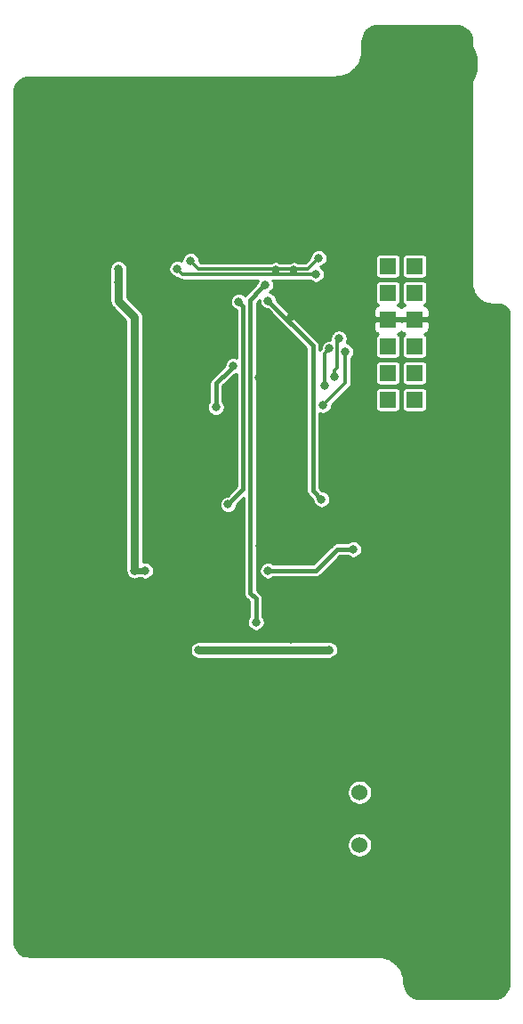
<source format=gbr>
G04 #@! TF.GenerationSoftware,KiCad,Pcbnew,(5.1.0-rc1-108-gb4c0af021)*
G04 #@! TF.CreationDate,2019-03-06T20:25:16+01:00
G04 #@! TF.ProjectId,SPACEDOS01B_PCB01A,53504143-4544-44f5-9330-31425f504342,REV*
G04 #@! TF.SameCoordinates,Original*
G04 #@! TF.FileFunction,Copper,L2,Bot*
G04 #@! TF.FilePolarity,Positive*
%FSLAX46Y46*%
G04 Gerber Fmt 4.6, Leading zero omitted, Abs format (unit mm)*
G04 Created by KiCad (PCBNEW (5.1.0-rc1-108-gb4c0af021)) date 2019-03-06 20:25:16*
%MOMM*%
%LPD*%
G04 APERTURE LIST*
%ADD10C,1.524000*%
%ADD11R,1.000000X1.000000*%
%ADD12R,2.300000X1.000000*%
%ADD13R,3.800000X1.000000*%
%ADD14R,1.000000X2.300000*%
%ADD15R,1.000000X3.800000*%
%ADD16R,1.524000X1.524000*%
%ADD17C,6.000000*%
%ADD18C,0.800000*%
%ADD19C,0.250000*%
%ADD20C,0.400000*%
%ADD21C,0.300000*%
%ADD22C,0.800000*%
%ADD23C,0.600000*%
%ADD24C,0.254000*%
G04 APERTURE END LIST*
D10*
X74250000Y21590000D03*
X74250000Y16590000D03*
D11*
X74066000Y72796000D03*
X42266000Y72796000D03*
X42266000Y40996000D03*
X74066000Y40996000D03*
D12*
X72416000Y72796000D03*
X72416000Y40996000D03*
D13*
X67166000Y72796000D03*
X67166000Y40996000D03*
X61166000Y72796000D03*
X61166000Y40996000D03*
X55166000Y72796000D03*
X55166000Y40996000D03*
X49166000Y72796000D03*
X49166000Y40996000D03*
D12*
X43916000Y72796000D03*
X43916000Y40996000D03*
D14*
X74066000Y71146000D03*
X42266000Y71146000D03*
D15*
X74066000Y65896000D03*
X42266000Y65896000D03*
X74066000Y59896000D03*
X42266000Y59896000D03*
X74066000Y53896000D03*
X42266000Y53896000D03*
X74066000Y47896000D03*
X42266000Y47896000D03*
D14*
X74066000Y42646000D03*
X42266000Y42646000D03*
D16*
X79502000Y66548000D03*
X76962000Y66548000D03*
X79502000Y69088000D03*
X76962000Y69088000D03*
X79502000Y71628000D03*
X76962000Y71628000D03*
X79502000Y61468000D03*
X76962000Y58928000D03*
X76962000Y61468000D03*
X79502000Y58928000D03*
X76962000Y64008000D03*
X79502000Y64008000D03*
D17*
X44450000Y77890000D03*
X85090000Y5080000D03*
X44450000Y23000000D03*
X82550000Y90810000D03*
D11*
X80174700Y7633100D03*
X80174700Y39433100D03*
X48374700Y39433100D03*
X48374700Y7633100D03*
D14*
X80174700Y9283100D03*
X48374700Y9283100D03*
D15*
X80174700Y14533100D03*
X48374700Y14533100D03*
X80174700Y20533100D03*
X48374700Y20533100D03*
X80174700Y26533100D03*
X48374700Y26533100D03*
X80174700Y32533100D03*
X48374700Y32533100D03*
D14*
X80174700Y37783100D03*
X48374700Y37783100D03*
D12*
X78524700Y7633100D03*
X78524700Y39433100D03*
D13*
X73274700Y7633100D03*
X73274700Y39433100D03*
X67274700Y7633100D03*
X67274700Y39433100D03*
X61274700Y7633100D03*
X61274700Y39433100D03*
X55274700Y7633100D03*
X55274700Y39433100D03*
D12*
X50024700Y7633100D03*
X50024700Y39433100D03*
D18*
X76750000Y79500000D03*
X55626000Y72390000D03*
X54356000Y72390000D03*
X54749700Y43726100D03*
X62744700Y19121100D03*
X61226700Y20993100D03*
X60839700Y18486100D03*
X60839700Y16929100D03*
X64649700Y16581100D03*
X66554700Y16581100D03*
X67824700Y16581100D03*
X69075265Y16580557D03*
X73418700Y10325100D03*
X70364700Y18486100D03*
X69094700Y36901100D03*
X69094700Y38171100D03*
X67576514Y39689286D03*
X69094700Y45156100D03*
X66554700Y39479100D03*
X68294700Y40711100D03*
X60839700Y43886100D03*
X60839700Y45156100D03*
X68459700Y45791100D03*
X64776700Y45029100D03*
X67697700Y37028100D03*
X67697700Y36123100D03*
X64522700Y11247100D03*
X65792700Y11247100D03*
X60966700Y15565100D03*
X63506700Y39695100D03*
X52590700Y39281100D03*
X52324000Y37592000D03*
X51066700Y40551100D03*
X51066700Y42075100D03*
X51066700Y43599100D03*
X51066700Y45377100D03*
X51066700Y46901100D03*
X52324000Y36068000D03*
X52578000Y34544000D03*
X52844700Y32931100D03*
X54114700Y34201100D03*
X55384700Y34201100D03*
X56654700Y33566100D03*
X57289700Y32296100D03*
X57289700Y31026100D03*
X57289700Y29756100D03*
X57289700Y28486100D03*
X56654700Y27216100D03*
X55384700Y25946100D03*
X54749700Y24676100D03*
X54749700Y23406100D03*
X54749700Y21501100D03*
X56019700Y20231100D03*
X56019700Y18961100D03*
X57924700Y24041100D03*
X59194700Y24041100D03*
X60250000Y24041100D03*
X60250000Y25311100D03*
X59194700Y25311100D03*
X60250000Y26500000D03*
X60464700Y27851100D03*
X60464700Y29121100D03*
X60464700Y30391100D03*
X60464700Y31661100D03*
X60464700Y32931100D03*
X61734700Y27851100D03*
X63766700Y27851100D03*
X63766700Y29121100D03*
X61734700Y29121100D03*
X61099700Y37376100D03*
X60718700Y36233100D03*
X60464700Y38646100D03*
X61099700Y40551100D03*
X56146700Y40297100D03*
X57289700Y40551100D03*
X58559700Y39916100D03*
X56146700Y38773100D03*
X56019700Y17056100D03*
X56019700Y15151100D03*
X56654700Y13881100D03*
X56654700Y11976100D03*
X57289700Y10706100D03*
X58559700Y9436100D03*
X59829700Y8801100D03*
X61099700Y8801100D03*
X63004700Y8801100D03*
X64909700Y8801100D03*
X66814700Y8801100D03*
X68719700Y8801100D03*
X70624700Y8801100D03*
X71894700Y8801100D03*
X71500000Y11976100D03*
X70500000Y14250000D03*
X71750000Y14000000D03*
X73250000Y14000000D03*
X74500000Y14750000D03*
X71882000Y17018000D03*
X74750000Y18000000D03*
X73000000Y18000000D03*
X70624700Y17056100D03*
X71750000Y18000000D03*
X74434700Y11341100D03*
X72500000Y22250000D03*
X75438000Y20574000D03*
X76000000Y21750000D03*
X76339700Y22771100D03*
X77609700Y22771100D03*
X73500000Y33500000D03*
X69354700Y27216100D03*
X69354700Y28486100D03*
X68846700Y29629100D03*
X70878700Y31026100D03*
X69862700Y32296100D03*
X69354700Y33566100D03*
X70624700Y33566100D03*
X71894700Y34201100D03*
X73164700Y34836100D03*
X72529700Y32296100D03*
X74434700Y32296100D03*
X75069700Y33566100D03*
X75069700Y34836100D03*
X74434700Y36106100D03*
X74434700Y37376100D03*
X74434700Y38646100D03*
X74434700Y39916100D03*
X74434700Y41186100D03*
X75069700Y42456100D03*
X76339700Y42456100D03*
X76974700Y43726100D03*
X76339700Y46266100D03*
X72910700Y47155100D03*
X71386700Y47155100D03*
X70370700Y47155100D03*
X69354700Y47917100D03*
X69354700Y49187100D03*
X68338700Y49949100D03*
X60718700Y64681100D03*
X64655700Y60998100D03*
X75450700Y12357100D03*
X76466700Y13373100D03*
X77482700Y14897100D03*
X77482700Y16421100D03*
X77482700Y17945100D03*
X77482700Y19469100D03*
X76466700Y20485100D03*
X76440661Y45010523D03*
X74123007Y47097407D03*
X62242700Y66713100D03*
X60642699Y62636209D03*
X57848500Y77742838D03*
X53086000Y72390000D03*
X52832000Y81534000D03*
X54102000Y81534000D03*
X59690000Y81788000D03*
X59690000Y80518000D03*
X62750000Y81750000D03*
X74500000Y75500000D03*
X74500000Y74250000D03*
X64500000Y72750000D03*
X69250000Y68750000D03*
X67750000Y66750000D03*
X69750000Y66750000D03*
X68000000Y71250000D03*
X66250000Y71250000D03*
X73660000Y44704000D03*
X65532000Y42672000D03*
X70789700Y58420000D03*
X72898000Y63500000D03*
X70104000Y70866000D03*
X56896000Y71374000D03*
X70358000Y72390000D03*
X58166002Y72136000D03*
X60591700Y58204100D03*
X62242700Y62141100D03*
X58934700Y35123100D03*
X71380700Y35123100D03*
X51308000Y70104000D03*
X51308000Y71374000D03*
X52832000Y42672000D03*
X53848000Y42672000D03*
X64401700Y37757100D03*
X65278000Y69850000D03*
X70624700Y49441100D03*
X65536586Y68330586D03*
X61734700Y48966100D03*
X62750700Y68237100D03*
X71876033Y61145647D03*
X72295092Y64738825D03*
X70933305Y60265305D03*
X71397989Y63783339D03*
D19*
X60839700Y18486100D02*
X60839700Y20391100D01*
X67824700Y16581100D02*
X66554700Y16581100D01*
X69075265Y18466665D02*
X69075265Y16580557D01*
X70364700Y19756100D02*
X69075265Y18466665D01*
D20*
X69094700Y38171100D02*
X69094700Y36901100D01*
X68294700Y40407472D02*
X67576514Y39689286D01*
X68294700Y40711100D02*
X68294700Y40407472D01*
X67786700Y40711100D02*
X66554700Y39479100D01*
X68294700Y40711100D02*
X67786700Y40711100D01*
X60839700Y45156100D02*
X60839700Y43886100D01*
X68459700Y45791100D02*
X65538700Y45791100D01*
X65538700Y45791100D02*
X64776700Y45029100D01*
D19*
X67697700Y36123100D02*
X67697700Y37028100D01*
X64522700Y11247100D02*
X65792700Y11247100D01*
X63506700Y39695100D02*
X62236700Y39695100D01*
X62236700Y39695100D02*
X61982700Y39949100D01*
D20*
X72136000Y44704000D02*
X70104000Y42672000D01*
X73660000Y44704000D02*
X72136000Y44704000D01*
X70104000Y42672000D02*
X65532000Y42672000D01*
D21*
X72898000Y62934315D02*
X72898000Y63500000D01*
X70789700Y58420000D02*
X72898000Y60528300D01*
X72898000Y60528300D02*
X72898000Y62934315D01*
X70104000Y70866000D02*
X57404000Y70866000D01*
X57404000Y70866000D02*
X56896000Y71374000D01*
X69334010Y71366010D02*
X70358000Y72390000D01*
X58935992Y71366010D02*
X69334010Y71366010D01*
X58166002Y72136000D02*
X58935992Y71366010D01*
D20*
X61842701Y61741101D02*
X62242700Y62141100D01*
X60591700Y60490100D02*
X61842701Y61741101D01*
X60591700Y58204100D02*
X60591700Y60490100D01*
D22*
X71380700Y35123100D02*
X58934700Y35123100D01*
X51308000Y70104000D02*
X51308000Y71374000D01*
X51308000Y68326000D02*
X52832000Y66802000D01*
X51308000Y70104000D02*
X51308000Y68326000D01*
X52832000Y66802000D02*
X52832000Y42672000D01*
D23*
X52832000Y42672000D02*
X53848000Y42672000D01*
D20*
X64401700Y37757100D02*
X64401700Y39984102D01*
X63855699Y68427699D02*
X64878001Y69450001D01*
X64878001Y69450001D02*
X65278000Y69850000D01*
X63855699Y40530103D02*
X63855699Y68427699D01*
X64401700Y39984102D02*
X63855699Y40530103D01*
X70624700Y49441100D02*
X69811998Y50253802D01*
X69811998Y64055174D02*
X69811998Y60413998D01*
X65536586Y68330586D02*
X69811998Y64055174D01*
X69811998Y50253802D02*
X69811998Y60413998D01*
X63166690Y50398090D02*
X61734700Y48966100D01*
X63166690Y67821110D02*
X63166690Y50398090D01*
X62750700Y68237100D02*
X63166690Y67821110D01*
D21*
X71876033Y61145647D02*
X71876033Y61711332D01*
X72147999Y61983298D02*
X72147999Y64591732D01*
X71876033Y61711332D02*
X72147999Y61983298D01*
X72147999Y64591732D02*
X72295092Y64738825D01*
X70933305Y63318655D02*
X70997990Y63383340D01*
X70933305Y60265305D02*
X70933305Y63318655D01*
X70997990Y63383340D02*
X71397989Y63783339D01*
D24*
G36*
X83690497Y94467109D02*
G01*
X83969927Y94382744D01*
X84227647Y94245711D01*
X84453847Y94061227D01*
X84639901Y93836327D01*
X84778731Y93579565D01*
X84865045Y93300730D01*
X84898000Y92987188D01*
X84898001Y69975347D01*
X84900168Y69953344D01*
X84900103Y69944031D01*
X84900787Y69937056D01*
X84931387Y69645910D01*
X84940529Y69601378D01*
X84949061Y69556648D01*
X84951087Y69549938D01*
X85037655Y69270282D01*
X85055284Y69228344D01*
X85072331Y69186152D01*
X85075622Y69179963D01*
X85214861Y68922447D01*
X85240292Y68884745D01*
X85265216Y68846656D01*
X85269646Y68841224D01*
X85456251Y68615657D01*
X85488522Y68583611D01*
X85520369Y68551090D01*
X85525770Y68546622D01*
X85752634Y68361596D01*
X85790490Y68336445D01*
X85828072Y68310712D01*
X85834238Y68307378D01*
X86092719Y68169941D01*
X86134798Y68152598D01*
X86176604Y68134680D01*
X86183300Y68132607D01*
X86463554Y68047993D01*
X86508180Y68039157D01*
X86552691Y68029696D01*
X86559662Y68028963D01*
X86851014Y68000396D01*
X86851019Y68000396D01*
X86875347Y67998000D01*
X87475451Y67998000D01*
X87693380Y67976632D01*
X87879387Y67920473D01*
X88050953Y67829249D01*
X88201527Y67706444D01*
X88325385Y67556725D01*
X88417800Y67385808D01*
X88475258Y67200191D01*
X88498001Y66983803D01*
X88498000Y3524551D01*
X88467109Y3209506D01*
X88382745Y2930077D01*
X88245712Y2672354D01*
X88061228Y2446155D01*
X87836327Y2260099D01*
X87579566Y2121269D01*
X87300730Y2034955D01*
X86987187Y2002000D01*
X80024551Y2002000D01*
X79709506Y2032891D01*
X79430077Y2117255D01*
X79172354Y2254288D01*
X78946155Y2438772D01*
X78760099Y2663673D01*
X78621269Y2920434D01*
X78534955Y3199270D01*
X78501957Y3513224D01*
X78501948Y3515725D01*
X78499732Y3537537D01*
X78499885Y3559461D01*
X78499201Y3566437D01*
X78458400Y3954630D01*
X78449257Y3999168D01*
X78440726Y4043892D01*
X78438700Y4050602D01*
X78323276Y4423476D01*
X78305648Y4465410D01*
X78288600Y4507605D01*
X78285310Y4513794D01*
X78099659Y4857149D01*
X78074221Y4894862D01*
X78049302Y4932942D01*
X78044872Y4938374D01*
X77796065Y5239128D01*
X77763795Y5271174D01*
X77731947Y5303695D01*
X77726547Y5308163D01*
X77424062Y5554864D01*
X77386188Y5580027D01*
X77348623Y5605748D01*
X77342458Y5609082D01*
X76997816Y5792331D01*
X76955776Y5809659D01*
X76913930Y5827594D01*
X76907234Y5829667D01*
X76533563Y5942484D01*
X76488919Y5951324D01*
X76444427Y5960781D01*
X76437456Y5961514D01*
X76048987Y5999604D01*
X76048981Y5999604D01*
X76024653Y6002000D01*
X42864551Y6002000D01*
X42549506Y6032891D01*
X42270077Y6117255D01*
X42012354Y6254288D01*
X41786155Y6438772D01*
X41600099Y6663673D01*
X41461269Y6920434D01*
X41374955Y7199270D01*
X41342000Y7512813D01*
X41342000Y16707106D01*
X73061000Y16707106D01*
X73061000Y16472894D01*
X73106693Y16243182D01*
X73196322Y16026797D01*
X73326443Y15832057D01*
X73492057Y15666443D01*
X73686797Y15536322D01*
X73903182Y15446693D01*
X74132894Y15401000D01*
X74367106Y15401000D01*
X74596818Y15446693D01*
X74813203Y15536322D01*
X75007943Y15666443D01*
X75173557Y15832057D01*
X75303678Y16026797D01*
X75393307Y16243182D01*
X75439000Y16472894D01*
X75439000Y16707106D01*
X75393307Y16936818D01*
X75303678Y17153203D01*
X75173557Y17347943D01*
X75007943Y17513557D01*
X74813203Y17643678D01*
X74596818Y17733307D01*
X74367106Y17779000D01*
X74132894Y17779000D01*
X73903182Y17733307D01*
X73686797Y17643678D01*
X73492057Y17513557D01*
X73326443Y17347943D01*
X73196322Y17153203D01*
X73106693Y16936818D01*
X73061000Y16707106D01*
X41342000Y16707106D01*
X41342000Y21707106D01*
X73061000Y21707106D01*
X73061000Y21472894D01*
X73106693Y21243182D01*
X73196322Y21026797D01*
X73326443Y20832057D01*
X73492057Y20666443D01*
X73686797Y20536322D01*
X73903182Y20446693D01*
X74132894Y20401000D01*
X74367106Y20401000D01*
X74596818Y20446693D01*
X74813203Y20536322D01*
X75007943Y20666443D01*
X75173557Y20832057D01*
X75303678Y21026797D01*
X75393307Y21243182D01*
X75439000Y21472894D01*
X75439000Y21707106D01*
X75393307Y21936818D01*
X75303678Y22153203D01*
X75173557Y22347943D01*
X75007943Y22513557D01*
X74813203Y22643678D01*
X74596818Y22733307D01*
X74367106Y22779000D01*
X74132894Y22779000D01*
X73903182Y22733307D01*
X73686797Y22643678D01*
X73492057Y22513557D01*
X73326443Y22347943D01*
X73196322Y22153203D01*
X73106693Y21936818D01*
X73061000Y21707106D01*
X41342000Y21707106D01*
X41342000Y35123100D01*
X58103699Y35123100D01*
X58107700Y35082476D01*
X58107700Y35041648D01*
X58115665Y35001608D01*
X58119666Y34960980D01*
X58131518Y34921909D01*
X58139482Y34881873D01*
X58155103Y34844161D01*
X58166955Y34805090D01*
X58186202Y34769082D01*
X58201823Y34731369D01*
X58224502Y34697427D01*
X58243748Y34661421D01*
X58269648Y34629862D01*
X58292328Y34595919D01*
X58321195Y34567052D01*
X58347094Y34535494D01*
X58378652Y34509595D01*
X58407519Y34480728D01*
X58441462Y34458048D01*
X58473021Y34432148D01*
X58509027Y34412902D01*
X58542969Y34390223D01*
X58580682Y34374602D01*
X58616690Y34355355D01*
X58655761Y34343503D01*
X58693473Y34327882D01*
X58733509Y34319918D01*
X58772580Y34308066D01*
X58813209Y34304065D01*
X58853248Y34296100D01*
X71462152Y34296100D01*
X71502191Y34304065D01*
X71542820Y34308066D01*
X71581891Y34319918D01*
X71621927Y34327882D01*
X71659639Y34343503D01*
X71698710Y34355355D01*
X71734718Y34374602D01*
X71772431Y34390223D01*
X71806373Y34412902D01*
X71842379Y34432148D01*
X71873938Y34458048D01*
X71907881Y34480728D01*
X71936748Y34509595D01*
X71968306Y34535494D01*
X71994205Y34567052D01*
X72023072Y34595919D01*
X72045752Y34629862D01*
X72071652Y34661421D01*
X72090898Y34697427D01*
X72113577Y34731369D01*
X72129198Y34769082D01*
X72148445Y34805090D01*
X72160297Y34844161D01*
X72175918Y34881873D01*
X72183882Y34921909D01*
X72195734Y34960980D01*
X72199735Y35001608D01*
X72207700Y35041648D01*
X72207700Y35082476D01*
X72211701Y35123100D01*
X72207700Y35163724D01*
X72207700Y35204552D01*
X72199735Y35244592D01*
X72195734Y35285220D01*
X72183882Y35324291D01*
X72175918Y35364327D01*
X72160297Y35402039D01*
X72148445Y35441110D01*
X72129198Y35477118D01*
X72113577Y35514831D01*
X72090898Y35548773D01*
X72071652Y35584779D01*
X72045752Y35616338D01*
X72023072Y35650281D01*
X71994205Y35679148D01*
X71968306Y35710706D01*
X71936748Y35736605D01*
X71907881Y35765472D01*
X71873938Y35788152D01*
X71842379Y35814052D01*
X71806373Y35833298D01*
X71772431Y35855977D01*
X71734718Y35871598D01*
X71698710Y35890845D01*
X71659639Y35902697D01*
X71621927Y35918318D01*
X71581891Y35926282D01*
X71542820Y35938134D01*
X71502191Y35942135D01*
X71462152Y35950100D01*
X58853248Y35950100D01*
X58813209Y35942135D01*
X58772580Y35938134D01*
X58733509Y35926282D01*
X58693473Y35918318D01*
X58655761Y35902697D01*
X58616690Y35890845D01*
X58580682Y35871598D01*
X58542969Y35855977D01*
X58509027Y35833298D01*
X58473021Y35814052D01*
X58441462Y35788152D01*
X58407519Y35765472D01*
X58378652Y35736605D01*
X58347094Y35710706D01*
X58321195Y35679148D01*
X58292328Y35650281D01*
X58269648Y35616338D01*
X58243748Y35584779D01*
X58224502Y35548773D01*
X58201823Y35514831D01*
X58186202Y35477118D01*
X58166955Y35441110D01*
X58155103Y35402039D01*
X58139482Y35364327D01*
X58131518Y35324291D01*
X58119666Y35285220D01*
X58115665Y35244592D01*
X58107700Y35204552D01*
X58107700Y35163724D01*
X58103699Y35123100D01*
X41342000Y35123100D01*
X41342000Y68326000D01*
X50477000Y68326000D01*
X50492967Y68163880D01*
X50540256Y68007990D01*
X50617048Y67864321D01*
X50694498Y67769949D01*
X50720395Y67738394D01*
X50751947Y67712499D01*
X52005000Y66459445D01*
X52005001Y42753457D01*
X52005000Y42753452D01*
X52005000Y42590548D01*
X52012967Y42550499D01*
X52016967Y42509880D01*
X52028816Y42470818D01*
X52036782Y42430773D01*
X52052407Y42393052D01*
X52064256Y42353990D01*
X52083498Y42317991D01*
X52099123Y42280269D01*
X52121807Y42246320D01*
X52141049Y42210321D01*
X52166944Y42178768D01*
X52189628Y42144819D01*
X52218500Y42115947D01*
X52244395Y42084394D01*
X52275948Y42058499D01*
X52304819Y42029628D01*
X52338767Y42006945D01*
X52370322Y41981048D01*
X52406323Y41961805D01*
X52440269Y41939123D01*
X52477987Y41923500D01*
X52513991Y41904255D01*
X52553058Y41892404D01*
X52590773Y41876782D01*
X52630812Y41868818D01*
X52669881Y41856966D01*
X52710508Y41852965D01*
X52750548Y41845000D01*
X52791376Y41845000D01*
X52832000Y41840999D01*
X52872624Y41845000D01*
X52913452Y41845000D01*
X52953492Y41852965D01*
X52994120Y41856966D01*
X53033191Y41868818D01*
X53073227Y41876782D01*
X53110939Y41892403D01*
X53150010Y41904255D01*
X53186018Y41923502D01*
X53223731Y41939123D01*
X53232527Y41945000D01*
X53447473Y41945000D01*
X53456269Y41939123D01*
X53606773Y41876782D01*
X53766548Y41845000D01*
X53929452Y41845000D01*
X54089227Y41876782D01*
X54239731Y41939123D01*
X54375181Y42029628D01*
X54490372Y42144819D01*
X54580877Y42280269D01*
X54643218Y42430773D01*
X54675000Y42590548D01*
X54675000Y42753452D01*
X54643218Y42913227D01*
X54580877Y43063731D01*
X54490372Y43199181D01*
X54375181Y43314372D01*
X54239731Y43404877D01*
X54089227Y43467218D01*
X53929452Y43499000D01*
X53766548Y43499000D01*
X53659000Y43477607D01*
X53659000Y66761390D01*
X53663000Y66802001D01*
X53659000Y66842612D01*
X53659000Y66842624D01*
X53647034Y66964120D01*
X53599745Y67120010D01*
X53522952Y67263679D01*
X53522951Y67263681D01*
X53445502Y67358053D01*
X53445496Y67358059D01*
X53419606Y67389606D01*
X53388059Y67415495D01*
X52135000Y68668553D01*
X52135000Y71455452D01*
X56069000Y71455452D01*
X56069000Y71292548D01*
X56100782Y71132773D01*
X56163123Y70982269D01*
X56253628Y70846819D01*
X56368819Y70731628D01*
X56504269Y70641123D01*
X56654773Y70578782D01*
X56814548Y70547000D01*
X56906999Y70547000D01*
X56975961Y70478038D01*
X56994026Y70456026D01*
X57081885Y70383921D01*
X57182124Y70330343D01*
X57290888Y70297350D01*
X57375664Y70289000D01*
X57375670Y70289000D01*
X57403999Y70286210D01*
X57432328Y70289000D01*
X64576707Y70289000D01*
X64545123Y70241731D01*
X64482782Y70091227D01*
X64451000Y69931452D01*
X64451000Y69909712D01*
X63434121Y68892832D01*
X63410199Y68873200D01*
X63353383Y68803970D01*
X63277881Y68879472D01*
X63142431Y68969977D01*
X62991927Y69032318D01*
X62832152Y69064100D01*
X62669248Y69064100D01*
X62509473Y69032318D01*
X62358969Y68969977D01*
X62223519Y68879472D01*
X62108328Y68764281D01*
X62017823Y68628831D01*
X61955482Y68478327D01*
X61923700Y68318552D01*
X61923700Y68155648D01*
X61955482Y67995873D01*
X62017823Y67845369D01*
X62108328Y67709919D01*
X62223519Y67594728D01*
X62358969Y67504223D01*
X62509473Y67441882D01*
X62539690Y67435871D01*
X62539690Y62913220D01*
X62483927Y62936318D01*
X62324152Y62968100D01*
X62161248Y62968100D01*
X62001473Y62936318D01*
X61850969Y62873977D01*
X61715519Y62783472D01*
X61600328Y62668281D01*
X61509823Y62532831D01*
X61447482Y62382327D01*
X61415700Y62222552D01*
X61415700Y62200812D01*
X60170122Y60955233D01*
X60146200Y60935601D01*
X60067848Y60840128D01*
X60019767Y60750176D01*
X60009626Y60731203D01*
X59973773Y60613012D01*
X59961667Y60490100D01*
X59964701Y60459296D01*
X59964700Y58746653D01*
X59949328Y58731281D01*
X59858823Y58595831D01*
X59796482Y58445327D01*
X59764700Y58285552D01*
X59764700Y58122648D01*
X59796482Y57962873D01*
X59858823Y57812369D01*
X59949328Y57676919D01*
X60064519Y57561728D01*
X60199969Y57471223D01*
X60350473Y57408882D01*
X60510248Y57377100D01*
X60673152Y57377100D01*
X60832927Y57408882D01*
X60983431Y57471223D01*
X61118881Y57561728D01*
X61234072Y57676919D01*
X61324577Y57812369D01*
X61386918Y57962873D01*
X61418700Y58122648D01*
X61418700Y58285552D01*
X61386918Y58445327D01*
X61324577Y58595831D01*
X61234072Y58731281D01*
X61218700Y58746653D01*
X61218700Y60230389D01*
X62302412Y61314100D01*
X62324152Y61314100D01*
X62483927Y61345882D01*
X62539690Y61368980D01*
X62539691Y50657803D01*
X61674989Y49793100D01*
X61653248Y49793100D01*
X61493473Y49761318D01*
X61342969Y49698977D01*
X61207519Y49608472D01*
X61092328Y49493281D01*
X61001823Y49357831D01*
X60939482Y49207327D01*
X60907700Y49047552D01*
X60907700Y48884648D01*
X60939482Y48724873D01*
X61001823Y48574369D01*
X61092328Y48438919D01*
X61207519Y48323728D01*
X61342969Y48233223D01*
X61493473Y48170882D01*
X61653248Y48139100D01*
X61816152Y48139100D01*
X61975927Y48170882D01*
X62126431Y48233223D01*
X62261881Y48323728D01*
X62377072Y48438919D01*
X62467577Y48574369D01*
X62529918Y48724873D01*
X62561700Y48884648D01*
X62561700Y48906389D01*
X63228699Y49573388D01*
X63228699Y40560897D01*
X63225666Y40530103D01*
X63228699Y40499310D01*
X63237772Y40407191D01*
X63273624Y40289001D01*
X63331846Y40180076D01*
X63410198Y40084602D01*
X63434126Y40064965D01*
X63774701Y39724389D01*
X63774700Y38299653D01*
X63759328Y38284281D01*
X63668823Y38148831D01*
X63606482Y37998327D01*
X63574700Y37838552D01*
X63574700Y37675648D01*
X63606482Y37515873D01*
X63668823Y37365369D01*
X63759328Y37229919D01*
X63874519Y37114728D01*
X64009969Y37024223D01*
X64160473Y36961882D01*
X64320248Y36930100D01*
X64483152Y36930100D01*
X64642927Y36961882D01*
X64793431Y37024223D01*
X64928881Y37114728D01*
X65044072Y37229919D01*
X65134577Y37365369D01*
X65196918Y37515873D01*
X65228700Y37675648D01*
X65228700Y37838552D01*
X65196918Y37998327D01*
X65134577Y38148831D01*
X65044072Y38284281D01*
X65028700Y38299653D01*
X65028700Y39953309D01*
X65031733Y39984103D01*
X65019627Y40107015D01*
X65019170Y40108522D01*
X64983775Y40225205D01*
X64925553Y40334130D01*
X64847201Y40429603D01*
X64823278Y40449236D01*
X64482699Y40789814D01*
X64482699Y42753452D01*
X64705000Y42753452D01*
X64705000Y42590548D01*
X64736782Y42430773D01*
X64799123Y42280269D01*
X64889628Y42144819D01*
X65004819Y42029628D01*
X65140269Y41939123D01*
X65290773Y41876782D01*
X65450548Y41845000D01*
X65613452Y41845000D01*
X65773227Y41876782D01*
X65923731Y41939123D01*
X66059181Y42029628D01*
X66074553Y42045000D01*
X70073206Y42045000D01*
X70104000Y42041967D01*
X70134794Y42045000D01*
X70226913Y42054073D01*
X70345103Y42089925D01*
X70454028Y42148147D01*
X70549501Y42226499D01*
X70569138Y42250427D01*
X72395712Y44077000D01*
X73117447Y44077000D01*
X73132819Y44061628D01*
X73268269Y43971123D01*
X73418773Y43908782D01*
X73578548Y43877000D01*
X73741452Y43877000D01*
X73901227Y43908782D01*
X74051731Y43971123D01*
X74187181Y44061628D01*
X74302372Y44176819D01*
X74392877Y44312269D01*
X74455218Y44462773D01*
X74487000Y44622548D01*
X74487000Y44785452D01*
X74455218Y44945227D01*
X74392877Y45095731D01*
X74302372Y45231181D01*
X74187181Y45346372D01*
X74051731Y45436877D01*
X73901227Y45499218D01*
X73741452Y45531000D01*
X73578548Y45531000D01*
X73418773Y45499218D01*
X73268269Y45436877D01*
X73132819Y45346372D01*
X73117447Y45331000D01*
X72166794Y45331000D01*
X72136000Y45334033D01*
X72105206Y45331000D01*
X72013087Y45321927D01*
X71894897Y45286075D01*
X71785972Y45227853D01*
X71690499Y45149501D01*
X71670866Y45125578D01*
X69844289Y43299000D01*
X66074553Y43299000D01*
X66059181Y43314372D01*
X65923731Y43404877D01*
X65773227Y43467218D01*
X65613452Y43499000D01*
X65450548Y43499000D01*
X65290773Y43467218D01*
X65140269Y43404877D01*
X65004819Y43314372D01*
X64889628Y43199181D01*
X64799123Y43063731D01*
X64736782Y42913227D01*
X64705000Y42753452D01*
X64482699Y42753452D01*
X64482699Y68167988D01*
X64709586Y68394875D01*
X64709586Y68249134D01*
X64741368Y68089359D01*
X64803709Y67938855D01*
X64894214Y67803405D01*
X65009405Y67688214D01*
X65144855Y67597709D01*
X65295359Y67535368D01*
X65455134Y67503586D01*
X65476875Y67503586D01*
X69184998Y63795462D01*
X69184999Y60444792D01*
X69184998Y50284596D01*
X69181965Y50253802D01*
X69184998Y50223009D01*
X69194071Y50130890D01*
X69229923Y50012700D01*
X69288145Y49903775D01*
X69366497Y49808301D01*
X69390425Y49788664D01*
X69797700Y49381388D01*
X69797700Y49359648D01*
X69829482Y49199873D01*
X69891823Y49049369D01*
X69982328Y48913919D01*
X70097519Y48798728D01*
X70232969Y48708223D01*
X70383473Y48645882D01*
X70543248Y48614100D01*
X70706152Y48614100D01*
X70865927Y48645882D01*
X71016431Y48708223D01*
X71151881Y48798728D01*
X71267072Y48913919D01*
X71357577Y49049369D01*
X71419918Y49199873D01*
X71451700Y49359648D01*
X71451700Y49522552D01*
X71419918Y49682327D01*
X71357577Y49832831D01*
X71267072Y49968281D01*
X71151881Y50083472D01*
X71016431Y50173977D01*
X70865927Y50236318D01*
X70706152Y50268100D01*
X70684412Y50268100D01*
X70438998Y50513513D01*
X70438998Y57670128D01*
X70548473Y57624782D01*
X70708248Y57593000D01*
X70871152Y57593000D01*
X71030927Y57624782D01*
X71181431Y57687123D01*
X71316881Y57777628D01*
X71432072Y57892819D01*
X71522577Y58028269D01*
X71584918Y58178773D01*
X71616700Y58338548D01*
X71616700Y58430999D01*
X72875701Y59690000D01*
X75770934Y59690000D01*
X75770934Y58166000D01*
X75779178Y58082293D01*
X75803595Y58001804D01*
X75843245Y57927624D01*
X75896605Y57862605D01*
X75961624Y57809245D01*
X76035804Y57769595D01*
X76116293Y57745178D01*
X76200000Y57736934D01*
X77724000Y57736934D01*
X77807707Y57745178D01*
X77888196Y57769595D01*
X77962376Y57809245D01*
X78027395Y57862605D01*
X78080755Y57927624D01*
X78120405Y58001804D01*
X78144822Y58082293D01*
X78153066Y58166000D01*
X78153066Y59690000D01*
X78310934Y59690000D01*
X78310934Y58166000D01*
X78319178Y58082293D01*
X78343595Y58001804D01*
X78383245Y57927624D01*
X78436605Y57862605D01*
X78501624Y57809245D01*
X78575804Y57769595D01*
X78656293Y57745178D01*
X78740000Y57736934D01*
X80264000Y57736934D01*
X80347707Y57745178D01*
X80428196Y57769595D01*
X80502376Y57809245D01*
X80567395Y57862605D01*
X80620755Y57927624D01*
X80660405Y58001804D01*
X80684822Y58082293D01*
X80693066Y58166000D01*
X80693066Y59690000D01*
X80684822Y59773707D01*
X80660405Y59854196D01*
X80620755Y59928376D01*
X80567395Y59993395D01*
X80502376Y60046755D01*
X80428196Y60086405D01*
X80347707Y60110822D01*
X80264000Y60119066D01*
X78740000Y60119066D01*
X78656293Y60110822D01*
X78575804Y60086405D01*
X78501624Y60046755D01*
X78436605Y59993395D01*
X78383245Y59928376D01*
X78343595Y59854196D01*
X78319178Y59773707D01*
X78310934Y59690000D01*
X78153066Y59690000D01*
X78144822Y59773707D01*
X78120405Y59854196D01*
X78080755Y59928376D01*
X78027395Y59993395D01*
X77962376Y60046755D01*
X77888196Y60086405D01*
X77807707Y60110822D01*
X77724000Y60119066D01*
X76200000Y60119066D01*
X76116293Y60110822D01*
X76035804Y60086405D01*
X75961624Y60046755D01*
X75896605Y59993395D01*
X75843245Y59928376D01*
X75803595Y59854196D01*
X75779178Y59773707D01*
X75770934Y59690000D01*
X72875701Y59690000D01*
X73285963Y60100262D01*
X73307974Y60118326D01*
X73380079Y60206185D01*
X73433657Y60306424D01*
X73466650Y60415188D01*
X73475000Y60499964D01*
X73475000Y60499970D01*
X73477790Y60528299D01*
X73475000Y60556628D01*
X73475000Y62230000D01*
X75770934Y62230000D01*
X75770934Y60706000D01*
X75779178Y60622293D01*
X75803595Y60541804D01*
X75843245Y60467624D01*
X75896605Y60402605D01*
X75961624Y60349245D01*
X76035804Y60309595D01*
X76116293Y60285178D01*
X76200000Y60276934D01*
X77724000Y60276934D01*
X77807707Y60285178D01*
X77888196Y60309595D01*
X77962376Y60349245D01*
X78027395Y60402605D01*
X78080755Y60467624D01*
X78120405Y60541804D01*
X78144822Y60622293D01*
X78153066Y60706000D01*
X78153066Y62230000D01*
X78310934Y62230000D01*
X78310934Y60706000D01*
X78319178Y60622293D01*
X78343595Y60541804D01*
X78383245Y60467624D01*
X78436605Y60402605D01*
X78501624Y60349245D01*
X78575804Y60309595D01*
X78656293Y60285178D01*
X78740000Y60276934D01*
X80264000Y60276934D01*
X80347707Y60285178D01*
X80428196Y60309595D01*
X80502376Y60349245D01*
X80567395Y60402605D01*
X80620755Y60467624D01*
X80660405Y60541804D01*
X80684822Y60622293D01*
X80693066Y60706000D01*
X80693066Y62230000D01*
X80684822Y62313707D01*
X80660405Y62394196D01*
X80620755Y62468376D01*
X80567395Y62533395D01*
X80502376Y62586755D01*
X80428196Y62626405D01*
X80347707Y62650822D01*
X80264000Y62659066D01*
X78740000Y62659066D01*
X78656293Y62650822D01*
X78575804Y62626405D01*
X78501624Y62586755D01*
X78436605Y62533395D01*
X78383245Y62468376D01*
X78343595Y62394196D01*
X78319178Y62313707D01*
X78310934Y62230000D01*
X78153066Y62230000D01*
X78144822Y62313707D01*
X78120405Y62394196D01*
X78080755Y62468376D01*
X78027395Y62533395D01*
X77962376Y62586755D01*
X77888196Y62626405D01*
X77807707Y62650822D01*
X77724000Y62659066D01*
X76200000Y62659066D01*
X76116293Y62650822D01*
X76035804Y62626405D01*
X75961624Y62586755D01*
X75896605Y62533395D01*
X75843245Y62468376D01*
X75803595Y62394196D01*
X75779178Y62313707D01*
X75770934Y62230000D01*
X73475000Y62230000D01*
X73475000Y62907447D01*
X73540372Y62972819D01*
X73630877Y63108269D01*
X73693218Y63258773D01*
X73725000Y63418548D01*
X73725000Y63581452D01*
X73693218Y63741227D01*
X73630877Y63891731D01*
X73540372Y64027181D01*
X73425181Y64142372D01*
X73289731Y64232877D01*
X73139227Y64295218D01*
X73010426Y64320839D01*
X73027969Y64347094D01*
X73090310Y64497598D01*
X73122092Y64657373D01*
X73122092Y64820277D01*
X73090310Y64980052D01*
X73027969Y65130556D01*
X72937464Y65266006D01*
X72822273Y65381197D01*
X72686823Y65471702D01*
X72536319Y65534043D01*
X72376544Y65565825D01*
X72213640Y65565825D01*
X72053865Y65534043D01*
X71903361Y65471702D01*
X71767911Y65381197D01*
X71652720Y65266006D01*
X71562215Y65130556D01*
X71499874Y64980052D01*
X71468092Y64820277D01*
X71468092Y64657373D01*
X71477448Y64610339D01*
X71316537Y64610339D01*
X71156762Y64578557D01*
X71006258Y64516216D01*
X70870808Y64425711D01*
X70755617Y64310520D01*
X70665112Y64175070D01*
X70602771Y64024566D01*
X70570989Y63864791D01*
X70570989Y63772340D01*
X70569950Y63771301D01*
X70545341Y63746691D01*
X70523332Y63728629D01*
X70505271Y63706622D01*
X70505268Y63706619D01*
X70501385Y63701887D01*
X70451227Y63640770D01*
X70438998Y63617891D01*
X70438998Y64024380D01*
X70442031Y64055174D01*
X70429925Y64178087D01*
X70394073Y64296278D01*
X70335851Y64405202D01*
X70319020Y64425711D01*
X70257499Y64500675D01*
X70233577Y64520307D01*
X68491634Y66262250D01*
X75565000Y66262250D01*
X75565000Y65723458D01*
X75589403Y65600777D01*
X75637270Y65485215D01*
X75706763Y65381211D01*
X75795211Y65292763D01*
X75899215Y65223270D01*
X76014777Y65175403D01*
X76045391Y65169313D01*
X76035804Y65166405D01*
X75961624Y65126755D01*
X75896605Y65073395D01*
X75843245Y65008376D01*
X75803595Y64934196D01*
X75779178Y64853707D01*
X75770934Y64770000D01*
X75770934Y63246000D01*
X75779178Y63162293D01*
X75803595Y63081804D01*
X75843245Y63007624D01*
X75896605Y62942605D01*
X75961624Y62889245D01*
X76035804Y62849595D01*
X76116293Y62825178D01*
X76200000Y62816934D01*
X77724000Y62816934D01*
X77807707Y62825178D01*
X77888196Y62849595D01*
X77962376Y62889245D01*
X78027395Y62942605D01*
X78080755Y63007624D01*
X78120405Y63081804D01*
X78144822Y63162293D01*
X78153066Y63246000D01*
X78153066Y64770000D01*
X78144822Y64853707D01*
X78120405Y64934196D01*
X78080755Y65008376D01*
X78027395Y65073395D01*
X77962376Y65126755D01*
X77888196Y65166405D01*
X77878609Y65169313D01*
X77909223Y65175403D01*
X78024785Y65223270D01*
X78128789Y65292763D01*
X78217237Y65381211D01*
X78232000Y65403305D01*
X78246763Y65381211D01*
X78335211Y65292763D01*
X78439215Y65223270D01*
X78554777Y65175403D01*
X78585391Y65169313D01*
X78575804Y65166405D01*
X78501624Y65126755D01*
X78436605Y65073395D01*
X78383245Y65008376D01*
X78343595Y64934196D01*
X78319178Y64853707D01*
X78310934Y64770000D01*
X78310934Y63246000D01*
X78319178Y63162293D01*
X78343595Y63081804D01*
X78383245Y63007624D01*
X78436605Y62942605D01*
X78501624Y62889245D01*
X78575804Y62849595D01*
X78656293Y62825178D01*
X78740000Y62816934D01*
X80264000Y62816934D01*
X80347707Y62825178D01*
X80428196Y62849595D01*
X80502376Y62889245D01*
X80567395Y62942605D01*
X80620755Y63007624D01*
X80660405Y63081804D01*
X80684822Y63162293D01*
X80693066Y63246000D01*
X80693066Y64770000D01*
X80684822Y64853707D01*
X80660405Y64934196D01*
X80620755Y65008376D01*
X80567395Y65073395D01*
X80502376Y65126755D01*
X80428196Y65166405D01*
X80418609Y65169313D01*
X80449223Y65175403D01*
X80564785Y65223270D01*
X80668789Y65292763D01*
X80757237Y65381211D01*
X80826730Y65485215D01*
X80874597Y65600777D01*
X80899000Y65723458D01*
X80899000Y66262250D01*
X80740250Y66421000D01*
X79629000Y66421000D01*
X79629000Y66401000D01*
X79375000Y66401000D01*
X79375000Y66421000D01*
X78263750Y66421000D01*
X78232000Y66389250D01*
X78200250Y66421000D01*
X77089000Y66421000D01*
X77089000Y66401000D01*
X76835000Y66401000D01*
X76835000Y66421000D01*
X75723750Y66421000D01*
X75565000Y66262250D01*
X68491634Y66262250D01*
X67381342Y67372542D01*
X75565000Y67372542D01*
X75565000Y66833750D01*
X75723750Y66675000D01*
X76835000Y66675000D01*
X76835000Y66695000D01*
X77089000Y66695000D01*
X77089000Y66675000D01*
X78200250Y66675000D01*
X78232000Y66706750D01*
X78263750Y66675000D01*
X79375000Y66675000D01*
X79375000Y66695000D01*
X79629000Y66695000D01*
X79629000Y66675000D01*
X80740250Y66675000D01*
X80899000Y66833750D01*
X80899000Y67372542D01*
X80874597Y67495223D01*
X80826730Y67610785D01*
X80757237Y67714789D01*
X80668789Y67803237D01*
X80564785Y67872730D01*
X80449223Y67920597D01*
X80418609Y67926687D01*
X80428196Y67929595D01*
X80502376Y67969245D01*
X80567395Y68022605D01*
X80620755Y68087624D01*
X80660405Y68161804D01*
X80684822Y68242293D01*
X80693066Y68326000D01*
X80693066Y69850000D01*
X80684822Y69933707D01*
X80660405Y70014196D01*
X80620755Y70088376D01*
X80567395Y70153395D01*
X80502376Y70206755D01*
X80428196Y70246405D01*
X80347707Y70270822D01*
X80264000Y70279066D01*
X78740000Y70279066D01*
X78656293Y70270822D01*
X78575804Y70246405D01*
X78501624Y70206755D01*
X78436605Y70153395D01*
X78383245Y70088376D01*
X78343595Y70014196D01*
X78319178Y69933707D01*
X78310934Y69850000D01*
X78310934Y68326000D01*
X78319178Y68242293D01*
X78343595Y68161804D01*
X78383245Y68087624D01*
X78436605Y68022605D01*
X78501624Y67969245D01*
X78575804Y67929595D01*
X78585391Y67926687D01*
X78554777Y67920597D01*
X78439215Y67872730D01*
X78335211Y67803237D01*
X78246763Y67714789D01*
X78232000Y67692695D01*
X78217237Y67714789D01*
X78128789Y67803237D01*
X78024785Y67872730D01*
X77909223Y67920597D01*
X77878609Y67926687D01*
X77888196Y67929595D01*
X77962376Y67969245D01*
X78027395Y68022605D01*
X78080755Y68087624D01*
X78120405Y68161804D01*
X78144822Y68242293D01*
X78153066Y68326000D01*
X78153066Y69850000D01*
X78144822Y69933707D01*
X78120405Y70014196D01*
X78080755Y70088376D01*
X78027395Y70153395D01*
X77962376Y70206755D01*
X77888196Y70246405D01*
X77807707Y70270822D01*
X77724000Y70279066D01*
X76200000Y70279066D01*
X76116293Y70270822D01*
X76035804Y70246405D01*
X75961624Y70206755D01*
X75896605Y70153395D01*
X75843245Y70088376D01*
X75803595Y70014196D01*
X75779178Y69933707D01*
X75770934Y69850000D01*
X75770934Y68326000D01*
X75779178Y68242293D01*
X75803595Y68161804D01*
X75843245Y68087624D01*
X75896605Y68022605D01*
X75961624Y67969245D01*
X76035804Y67929595D01*
X76045391Y67926687D01*
X76014777Y67920597D01*
X75899215Y67872730D01*
X75795211Y67803237D01*
X75706763Y67714789D01*
X75637270Y67610785D01*
X75589403Y67495223D01*
X75565000Y67372542D01*
X67381342Y67372542D01*
X66363586Y68390297D01*
X66363586Y68412038D01*
X66331804Y68571813D01*
X66269463Y68722317D01*
X66178958Y68857767D01*
X66063767Y68972958D01*
X65928317Y69063463D01*
X65777813Y69125804D01*
X65704537Y69140380D01*
X65805181Y69207628D01*
X65920372Y69322819D01*
X66010877Y69458269D01*
X66073218Y69608773D01*
X66105000Y69768548D01*
X66105000Y69931452D01*
X66073218Y70091227D01*
X66010877Y70241731D01*
X65979293Y70289000D01*
X69511447Y70289000D01*
X69576819Y70223628D01*
X69712269Y70133123D01*
X69862773Y70070782D01*
X70022548Y70039000D01*
X70185452Y70039000D01*
X70345227Y70070782D01*
X70495731Y70133123D01*
X70631181Y70223628D01*
X70746372Y70338819D01*
X70836877Y70474269D01*
X70899218Y70624773D01*
X70931000Y70784548D01*
X70931000Y70947452D01*
X70899218Y71107227D01*
X70836877Y71257731D01*
X70746372Y71393181D01*
X70631181Y71508372D01*
X70524196Y71579857D01*
X70599227Y71594782D01*
X70749731Y71657123D01*
X70885181Y71747628D01*
X71000372Y71862819D01*
X71090877Y71998269D01*
X71153218Y72148773D01*
X71185000Y72308548D01*
X71185000Y72390000D01*
X75770934Y72390000D01*
X75770934Y70866000D01*
X75779178Y70782293D01*
X75803595Y70701804D01*
X75843245Y70627624D01*
X75896605Y70562605D01*
X75961624Y70509245D01*
X76035804Y70469595D01*
X76116293Y70445178D01*
X76200000Y70436934D01*
X77724000Y70436934D01*
X77807707Y70445178D01*
X77888196Y70469595D01*
X77962376Y70509245D01*
X78027395Y70562605D01*
X78080755Y70627624D01*
X78120405Y70701804D01*
X78144822Y70782293D01*
X78153066Y70866000D01*
X78153066Y72390000D01*
X78310934Y72390000D01*
X78310934Y70866000D01*
X78319178Y70782293D01*
X78343595Y70701804D01*
X78383245Y70627624D01*
X78436605Y70562605D01*
X78501624Y70509245D01*
X78575804Y70469595D01*
X78656293Y70445178D01*
X78740000Y70436934D01*
X80264000Y70436934D01*
X80347707Y70445178D01*
X80428196Y70469595D01*
X80502376Y70509245D01*
X80567395Y70562605D01*
X80620755Y70627624D01*
X80660405Y70701804D01*
X80684822Y70782293D01*
X80693066Y70866000D01*
X80693066Y72390000D01*
X80684822Y72473707D01*
X80660405Y72554196D01*
X80620755Y72628376D01*
X80567395Y72693395D01*
X80502376Y72746755D01*
X80428196Y72786405D01*
X80347707Y72810822D01*
X80264000Y72819066D01*
X78740000Y72819066D01*
X78656293Y72810822D01*
X78575804Y72786405D01*
X78501624Y72746755D01*
X78436605Y72693395D01*
X78383245Y72628376D01*
X78343595Y72554196D01*
X78319178Y72473707D01*
X78310934Y72390000D01*
X78153066Y72390000D01*
X78144822Y72473707D01*
X78120405Y72554196D01*
X78080755Y72628376D01*
X78027395Y72693395D01*
X77962376Y72746755D01*
X77888196Y72786405D01*
X77807707Y72810822D01*
X77724000Y72819066D01*
X76200000Y72819066D01*
X76116293Y72810822D01*
X76035804Y72786405D01*
X75961624Y72746755D01*
X75896605Y72693395D01*
X75843245Y72628376D01*
X75803595Y72554196D01*
X75779178Y72473707D01*
X75770934Y72390000D01*
X71185000Y72390000D01*
X71185000Y72471452D01*
X71153218Y72631227D01*
X71090877Y72781731D01*
X71000372Y72917181D01*
X70885181Y73032372D01*
X70749731Y73122877D01*
X70599227Y73185218D01*
X70439452Y73217000D01*
X70276548Y73217000D01*
X70116773Y73185218D01*
X69966269Y73122877D01*
X69830819Y73032372D01*
X69715628Y72917181D01*
X69625123Y72781731D01*
X69562782Y72631227D01*
X69531000Y72471452D01*
X69531000Y72379001D01*
X69095009Y71943010D01*
X68451396Y71943010D01*
X68391731Y71982877D01*
X68241227Y72045218D01*
X68081452Y72077000D01*
X67918548Y72077000D01*
X67758773Y72045218D01*
X67608269Y71982877D01*
X67548604Y71943010D01*
X66701396Y71943010D01*
X66641731Y71982877D01*
X66491227Y72045218D01*
X66331452Y72077000D01*
X66168548Y72077000D01*
X66008773Y72045218D01*
X65858269Y71982877D01*
X65798604Y71943010D01*
X59174993Y71943010D01*
X58993002Y72125001D01*
X58993002Y72217452D01*
X58961220Y72377227D01*
X58898879Y72527731D01*
X58808374Y72663181D01*
X58693183Y72778372D01*
X58557733Y72868877D01*
X58407229Y72931218D01*
X58247454Y72963000D01*
X58084550Y72963000D01*
X57924775Y72931218D01*
X57774271Y72868877D01*
X57638821Y72778372D01*
X57523630Y72663181D01*
X57433125Y72527731D01*
X57370784Y72377227D01*
X57339002Y72217452D01*
X57339002Y72072619D01*
X57287731Y72106877D01*
X57137227Y72169218D01*
X56977452Y72201000D01*
X56814548Y72201000D01*
X56654773Y72169218D01*
X56504269Y72106877D01*
X56368819Y72016372D01*
X56253628Y71901181D01*
X56163123Y71765731D01*
X56100782Y71615227D01*
X56069000Y71455452D01*
X52135000Y71455452D01*
X52127035Y71495491D01*
X52123034Y71536120D01*
X52111182Y71575191D01*
X52103218Y71615227D01*
X52087597Y71652939D01*
X52075745Y71692010D01*
X52056498Y71728018D01*
X52040877Y71765731D01*
X52018198Y71799673D01*
X51998952Y71835679D01*
X51973052Y71867238D01*
X51950372Y71901181D01*
X51921505Y71930048D01*
X51895606Y71961606D01*
X51864048Y71987505D01*
X51835181Y72016372D01*
X51801238Y72039052D01*
X51769679Y72064952D01*
X51733673Y72084198D01*
X51699731Y72106877D01*
X51662018Y72122498D01*
X51626010Y72141745D01*
X51586939Y72153597D01*
X51549227Y72169218D01*
X51509191Y72177182D01*
X51470120Y72189034D01*
X51429492Y72193035D01*
X51389452Y72201000D01*
X51348624Y72201000D01*
X51308000Y72205001D01*
X51267376Y72201000D01*
X51226548Y72201000D01*
X51186508Y72193035D01*
X51145881Y72189034D01*
X51106812Y72177182D01*
X51066773Y72169218D01*
X51029058Y72153596D01*
X50989991Y72141745D01*
X50953987Y72122500D01*
X50916269Y72106877D01*
X50882323Y72084195D01*
X50846322Y72064952D01*
X50814767Y72039055D01*
X50780819Y72016372D01*
X50751948Y71987501D01*
X50720395Y71961606D01*
X50694500Y71930053D01*
X50665628Y71901181D01*
X50642944Y71867232D01*
X50617049Y71835679D01*
X50597807Y71799680D01*
X50575123Y71765731D01*
X50559498Y71728009D01*
X50540256Y71692010D01*
X50528407Y71652948D01*
X50512782Y71615227D01*
X50504816Y71575182D01*
X50492967Y71536120D01*
X50488967Y71495501D01*
X50481000Y71455452D01*
X50481000Y71292548D01*
X50481001Y71292543D01*
X50481000Y70185452D01*
X50481000Y70144623D01*
X50481001Y68366623D01*
X50477000Y68326000D01*
X41342000Y68326000D01*
X41342000Y88075449D01*
X41372891Y88390497D01*
X41457256Y88669927D01*
X41594289Y88927647D01*
X41778773Y89153847D01*
X42003673Y89339901D01*
X42260435Y89478731D01*
X42539270Y89565045D01*
X42852812Y89598000D01*
X72024653Y89598000D01*
X72047011Y89600202D01*
X72059461Y89600115D01*
X72066437Y89600799D01*
X72454629Y89641600D01*
X72499168Y89650743D01*
X72543891Y89659274D01*
X72550601Y89661300D01*
X72923476Y89776724D01*
X72965410Y89794352D01*
X73007605Y89811400D01*
X73013794Y89814690D01*
X73357149Y90000341D01*
X73394862Y90025779D01*
X73432942Y90050698D01*
X73438373Y90055128D01*
X73739128Y90303935D01*
X73771154Y90336186D01*
X73803695Y90368052D01*
X73808163Y90373453D01*
X74054864Y90675938D01*
X74080025Y90713809D01*
X74105748Y90751376D01*
X74109081Y90757542D01*
X74292331Y91102183D01*
X74309669Y91144249D01*
X74327594Y91186070D01*
X74329666Y91192765D01*
X74442484Y91566437D01*
X74451324Y91611081D01*
X74460781Y91655573D01*
X74461514Y91662544D01*
X74499604Y92051013D01*
X74499604Y92051019D01*
X74502000Y92075347D01*
X74502000Y92975449D01*
X74532891Y93290497D01*
X74617256Y93569927D01*
X74754289Y93827647D01*
X74938773Y94053847D01*
X75163673Y94239901D01*
X75420435Y94378731D01*
X75699270Y94465045D01*
X76012812Y94498000D01*
X83375449Y94498000D01*
X83690497Y94467109D01*
X83690497Y94467109D01*
G37*
X83690497Y94467109D02*
X83969927Y94382744D01*
X84227647Y94245711D01*
X84453847Y94061227D01*
X84639901Y93836327D01*
X84778731Y93579565D01*
X84865045Y93300730D01*
X84898000Y92987188D01*
X84898001Y69975347D01*
X84900168Y69953344D01*
X84900103Y69944031D01*
X84900787Y69937056D01*
X84931387Y69645910D01*
X84940529Y69601378D01*
X84949061Y69556648D01*
X84951087Y69549938D01*
X85037655Y69270282D01*
X85055284Y69228344D01*
X85072331Y69186152D01*
X85075622Y69179963D01*
X85214861Y68922447D01*
X85240292Y68884745D01*
X85265216Y68846656D01*
X85269646Y68841224D01*
X85456251Y68615657D01*
X85488522Y68583611D01*
X85520369Y68551090D01*
X85525770Y68546622D01*
X85752634Y68361596D01*
X85790490Y68336445D01*
X85828072Y68310712D01*
X85834238Y68307378D01*
X86092719Y68169941D01*
X86134798Y68152598D01*
X86176604Y68134680D01*
X86183300Y68132607D01*
X86463554Y68047993D01*
X86508180Y68039157D01*
X86552691Y68029696D01*
X86559662Y68028963D01*
X86851014Y68000396D01*
X86851019Y68000396D01*
X86875347Y67998000D01*
X87475451Y67998000D01*
X87693380Y67976632D01*
X87879387Y67920473D01*
X88050953Y67829249D01*
X88201527Y67706444D01*
X88325385Y67556725D01*
X88417800Y67385808D01*
X88475258Y67200191D01*
X88498001Y66983803D01*
X88498000Y3524551D01*
X88467109Y3209506D01*
X88382745Y2930077D01*
X88245712Y2672354D01*
X88061228Y2446155D01*
X87836327Y2260099D01*
X87579566Y2121269D01*
X87300730Y2034955D01*
X86987187Y2002000D01*
X80024551Y2002000D01*
X79709506Y2032891D01*
X79430077Y2117255D01*
X79172354Y2254288D01*
X78946155Y2438772D01*
X78760099Y2663673D01*
X78621269Y2920434D01*
X78534955Y3199270D01*
X78501957Y3513224D01*
X78501948Y3515725D01*
X78499732Y3537537D01*
X78499885Y3559461D01*
X78499201Y3566437D01*
X78458400Y3954630D01*
X78449257Y3999168D01*
X78440726Y4043892D01*
X78438700Y4050602D01*
X78323276Y4423476D01*
X78305648Y4465410D01*
X78288600Y4507605D01*
X78285310Y4513794D01*
X78099659Y4857149D01*
X78074221Y4894862D01*
X78049302Y4932942D01*
X78044872Y4938374D01*
X77796065Y5239128D01*
X77763795Y5271174D01*
X77731947Y5303695D01*
X77726547Y5308163D01*
X77424062Y5554864D01*
X77386188Y5580027D01*
X77348623Y5605748D01*
X77342458Y5609082D01*
X76997816Y5792331D01*
X76955776Y5809659D01*
X76913930Y5827594D01*
X76907234Y5829667D01*
X76533563Y5942484D01*
X76488919Y5951324D01*
X76444427Y5960781D01*
X76437456Y5961514D01*
X76048987Y5999604D01*
X76048981Y5999604D01*
X76024653Y6002000D01*
X42864551Y6002000D01*
X42549506Y6032891D01*
X42270077Y6117255D01*
X42012354Y6254288D01*
X41786155Y6438772D01*
X41600099Y6663673D01*
X41461269Y6920434D01*
X41374955Y7199270D01*
X41342000Y7512813D01*
X41342000Y16707106D01*
X73061000Y16707106D01*
X73061000Y16472894D01*
X73106693Y16243182D01*
X73196322Y16026797D01*
X73326443Y15832057D01*
X73492057Y15666443D01*
X73686797Y15536322D01*
X73903182Y15446693D01*
X74132894Y15401000D01*
X74367106Y15401000D01*
X74596818Y15446693D01*
X74813203Y15536322D01*
X75007943Y15666443D01*
X75173557Y15832057D01*
X75303678Y16026797D01*
X75393307Y16243182D01*
X75439000Y16472894D01*
X75439000Y16707106D01*
X75393307Y16936818D01*
X75303678Y17153203D01*
X75173557Y17347943D01*
X75007943Y17513557D01*
X74813203Y17643678D01*
X74596818Y17733307D01*
X74367106Y17779000D01*
X74132894Y17779000D01*
X73903182Y17733307D01*
X73686797Y17643678D01*
X73492057Y17513557D01*
X73326443Y17347943D01*
X73196322Y17153203D01*
X73106693Y16936818D01*
X73061000Y16707106D01*
X41342000Y16707106D01*
X41342000Y21707106D01*
X73061000Y21707106D01*
X73061000Y21472894D01*
X73106693Y21243182D01*
X73196322Y21026797D01*
X73326443Y20832057D01*
X73492057Y20666443D01*
X73686797Y20536322D01*
X73903182Y20446693D01*
X74132894Y20401000D01*
X74367106Y20401000D01*
X74596818Y20446693D01*
X74813203Y20536322D01*
X75007943Y20666443D01*
X75173557Y20832057D01*
X75303678Y21026797D01*
X75393307Y21243182D01*
X75439000Y21472894D01*
X75439000Y21707106D01*
X75393307Y21936818D01*
X75303678Y22153203D01*
X75173557Y22347943D01*
X75007943Y22513557D01*
X74813203Y22643678D01*
X74596818Y22733307D01*
X74367106Y22779000D01*
X74132894Y22779000D01*
X73903182Y22733307D01*
X73686797Y22643678D01*
X73492057Y22513557D01*
X73326443Y22347943D01*
X73196322Y22153203D01*
X73106693Y21936818D01*
X73061000Y21707106D01*
X41342000Y21707106D01*
X41342000Y35123100D01*
X58103699Y35123100D01*
X58107700Y35082476D01*
X58107700Y35041648D01*
X58115665Y35001608D01*
X58119666Y34960980D01*
X58131518Y34921909D01*
X58139482Y34881873D01*
X58155103Y34844161D01*
X58166955Y34805090D01*
X58186202Y34769082D01*
X58201823Y34731369D01*
X58224502Y34697427D01*
X58243748Y34661421D01*
X58269648Y34629862D01*
X58292328Y34595919D01*
X58321195Y34567052D01*
X58347094Y34535494D01*
X58378652Y34509595D01*
X58407519Y34480728D01*
X58441462Y34458048D01*
X58473021Y34432148D01*
X58509027Y34412902D01*
X58542969Y34390223D01*
X58580682Y34374602D01*
X58616690Y34355355D01*
X58655761Y34343503D01*
X58693473Y34327882D01*
X58733509Y34319918D01*
X58772580Y34308066D01*
X58813209Y34304065D01*
X58853248Y34296100D01*
X71462152Y34296100D01*
X71502191Y34304065D01*
X71542820Y34308066D01*
X71581891Y34319918D01*
X71621927Y34327882D01*
X71659639Y34343503D01*
X71698710Y34355355D01*
X71734718Y34374602D01*
X71772431Y34390223D01*
X71806373Y34412902D01*
X71842379Y34432148D01*
X71873938Y34458048D01*
X71907881Y34480728D01*
X71936748Y34509595D01*
X71968306Y34535494D01*
X71994205Y34567052D01*
X72023072Y34595919D01*
X72045752Y34629862D01*
X72071652Y34661421D01*
X72090898Y34697427D01*
X72113577Y34731369D01*
X72129198Y34769082D01*
X72148445Y34805090D01*
X72160297Y34844161D01*
X72175918Y34881873D01*
X72183882Y34921909D01*
X72195734Y34960980D01*
X72199735Y35001608D01*
X72207700Y35041648D01*
X72207700Y35082476D01*
X72211701Y35123100D01*
X72207700Y35163724D01*
X72207700Y35204552D01*
X72199735Y35244592D01*
X72195734Y35285220D01*
X72183882Y35324291D01*
X72175918Y35364327D01*
X72160297Y35402039D01*
X72148445Y35441110D01*
X72129198Y35477118D01*
X72113577Y35514831D01*
X72090898Y35548773D01*
X72071652Y35584779D01*
X72045752Y35616338D01*
X72023072Y35650281D01*
X71994205Y35679148D01*
X71968306Y35710706D01*
X71936748Y35736605D01*
X71907881Y35765472D01*
X71873938Y35788152D01*
X71842379Y35814052D01*
X71806373Y35833298D01*
X71772431Y35855977D01*
X71734718Y35871598D01*
X71698710Y35890845D01*
X71659639Y35902697D01*
X71621927Y35918318D01*
X71581891Y35926282D01*
X71542820Y35938134D01*
X71502191Y35942135D01*
X71462152Y35950100D01*
X58853248Y35950100D01*
X58813209Y35942135D01*
X58772580Y35938134D01*
X58733509Y35926282D01*
X58693473Y35918318D01*
X58655761Y35902697D01*
X58616690Y35890845D01*
X58580682Y35871598D01*
X58542969Y35855977D01*
X58509027Y35833298D01*
X58473021Y35814052D01*
X58441462Y35788152D01*
X58407519Y35765472D01*
X58378652Y35736605D01*
X58347094Y35710706D01*
X58321195Y35679148D01*
X58292328Y35650281D01*
X58269648Y35616338D01*
X58243748Y35584779D01*
X58224502Y35548773D01*
X58201823Y35514831D01*
X58186202Y35477118D01*
X58166955Y35441110D01*
X58155103Y35402039D01*
X58139482Y35364327D01*
X58131518Y35324291D01*
X58119666Y35285220D01*
X58115665Y35244592D01*
X58107700Y35204552D01*
X58107700Y35163724D01*
X58103699Y35123100D01*
X41342000Y35123100D01*
X41342000Y68326000D01*
X50477000Y68326000D01*
X50492967Y68163880D01*
X50540256Y68007990D01*
X50617048Y67864321D01*
X50694498Y67769949D01*
X50720395Y67738394D01*
X50751947Y67712499D01*
X52005000Y66459445D01*
X52005001Y42753457D01*
X52005000Y42753452D01*
X52005000Y42590548D01*
X52012967Y42550499D01*
X52016967Y42509880D01*
X52028816Y42470818D01*
X52036782Y42430773D01*
X52052407Y42393052D01*
X52064256Y42353990D01*
X52083498Y42317991D01*
X52099123Y42280269D01*
X52121807Y42246320D01*
X52141049Y42210321D01*
X52166944Y42178768D01*
X52189628Y42144819D01*
X52218500Y42115947D01*
X52244395Y42084394D01*
X52275948Y42058499D01*
X52304819Y42029628D01*
X52338767Y42006945D01*
X52370322Y41981048D01*
X52406323Y41961805D01*
X52440269Y41939123D01*
X52477987Y41923500D01*
X52513991Y41904255D01*
X52553058Y41892404D01*
X52590773Y41876782D01*
X52630812Y41868818D01*
X52669881Y41856966D01*
X52710508Y41852965D01*
X52750548Y41845000D01*
X52791376Y41845000D01*
X52832000Y41840999D01*
X52872624Y41845000D01*
X52913452Y41845000D01*
X52953492Y41852965D01*
X52994120Y41856966D01*
X53033191Y41868818D01*
X53073227Y41876782D01*
X53110939Y41892403D01*
X53150010Y41904255D01*
X53186018Y41923502D01*
X53223731Y41939123D01*
X53232527Y41945000D01*
X53447473Y41945000D01*
X53456269Y41939123D01*
X53606773Y41876782D01*
X53766548Y41845000D01*
X53929452Y41845000D01*
X54089227Y41876782D01*
X54239731Y41939123D01*
X54375181Y42029628D01*
X54490372Y42144819D01*
X54580877Y42280269D01*
X54643218Y42430773D01*
X54675000Y42590548D01*
X54675000Y42753452D01*
X54643218Y42913227D01*
X54580877Y43063731D01*
X54490372Y43199181D01*
X54375181Y43314372D01*
X54239731Y43404877D01*
X54089227Y43467218D01*
X53929452Y43499000D01*
X53766548Y43499000D01*
X53659000Y43477607D01*
X53659000Y66761390D01*
X53663000Y66802001D01*
X53659000Y66842612D01*
X53659000Y66842624D01*
X53647034Y66964120D01*
X53599745Y67120010D01*
X53522952Y67263679D01*
X53522951Y67263681D01*
X53445502Y67358053D01*
X53445496Y67358059D01*
X53419606Y67389606D01*
X53388059Y67415495D01*
X52135000Y68668553D01*
X52135000Y71455452D01*
X56069000Y71455452D01*
X56069000Y71292548D01*
X56100782Y71132773D01*
X56163123Y70982269D01*
X56253628Y70846819D01*
X56368819Y70731628D01*
X56504269Y70641123D01*
X56654773Y70578782D01*
X56814548Y70547000D01*
X56906999Y70547000D01*
X56975961Y70478038D01*
X56994026Y70456026D01*
X57081885Y70383921D01*
X57182124Y70330343D01*
X57290888Y70297350D01*
X57375664Y70289000D01*
X57375670Y70289000D01*
X57403999Y70286210D01*
X57432328Y70289000D01*
X64576707Y70289000D01*
X64545123Y70241731D01*
X64482782Y70091227D01*
X64451000Y69931452D01*
X64451000Y69909712D01*
X63434121Y68892832D01*
X63410199Y68873200D01*
X63353383Y68803970D01*
X63277881Y68879472D01*
X63142431Y68969977D01*
X62991927Y69032318D01*
X62832152Y69064100D01*
X62669248Y69064100D01*
X62509473Y69032318D01*
X62358969Y68969977D01*
X62223519Y68879472D01*
X62108328Y68764281D01*
X62017823Y68628831D01*
X61955482Y68478327D01*
X61923700Y68318552D01*
X61923700Y68155648D01*
X61955482Y67995873D01*
X62017823Y67845369D01*
X62108328Y67709919D01*
X62223519Y67594728D01*
X62358969Y67504223D01*
X62509473Y67441882D01*
X62539690Y67435871D01*
X62539690Y62913220D01*
X62483927Y62936318D01*
X62324152Y62968100D01*
X62161248Y62968100D01*
X62001473Y62936318D01*
X61850969Y62873977D01*
X61715519Y62783472D01*
X61600328Y62668281D01*
X61509823Y62532831D01*
X61447482Y62382327D01*
X61415700Y62222552D01*
X61415700Y62200812D01*
X60170122Y60955233D01*
X60146200Y60935601D01*
X60067848Y60840128D01*
X60019767Y60750176D01*
X60009626Y60731203D01*
X59973773Y60613012D01*
X59961667Y60490100D01*
X59964701Y60459296D01*
X59964700Y58746653D01*
X59949328Y58731281D01*
X59858823Y58595831D01*
X59796482Y58445327D01*
X59764700Y58285552D01*
X59764700Y58122648D01*
X59796482Y57962873D01*
X59858823Y57812369D01*
X59949328Y57676919D01*
X60064519Y57561728D01*
X60199969Y57471223D01*
X60350473Y57408882D01*
X60510248Y57377100D01*
X60673152Y57377100D01*
X60832927Y57408882D01*
X60983431Y57471223D01*
X61118881Y57561728D01*
X61234072Y57676919D01*
X61324577Y57812369D01*
X61386918Y57962873D01*
X61418700Y58122648D01*
X61418700Y58285552D01*
X61386918Y58445327D01*
X61324577Y58595831D01*
X61234072Y58731281D01*
X61218700Y58746653D01*
X61218700Y60230389D01*
X62302412Y61314100D01*
X62324152Y61314100D01*
X62483927Y61345882D01*
X62539690Y61368980D01*
X62539691Y50657803D01*
X61674989Y49793100D01*
X61653248Y49793100D01*
X61493473Y49761318D01*
X61342969Y49698977D01*
X61207519Y49608472D01*
X61092328Y49493281D01*
X61001823Y49357831D01*
X60939482Y49207327D01*
X60907700Y49047552D01*
X60907700Y48884648D01*
X60939482Y48724873D01*
X61001823Y48574369D01*
X61092328Y48438919D01*
X61207519Y48323728D01*
X61342969Y48233223D01*
X61493473Y48170882D01*
X61653248Y48139100D01*
X61816152Y48139100D01*
X61975927Y48170882D01*
X62126431Y48233223D01*
X62261881Y48323728D01*
X62377072Y48438919D01*
X62467577Y48574369D01*
X62529918Y48724873D01*
X62561700Y48884648D01*
X62561700Y48906389D01*
X63228699Y49573388D01*
X63228699Y40560897D01*
X63225666Y40530103D01*
X63228699Y40499310D01*
X63237772Y40407191D01*
X63273624Y40289001D01*
X63331846Y40180076D01*
X63410198Y40084602D01*
X63434126Y40064965D01*
X63774701Y39724389D01*
X63774700Y38299653D01*
X63759328Y38284281D01*
X63668823Y38148831D01*
X63606482Y37998327D01*
X63574700Y37838552D01*
X63574700Y37675648D01*
X63606482Y37515873D01*
X63668823Y37365369D01*
X63759328Y37229919D01*
X63874519Y37114728D01*
X64009969Y37024223D01*
X64160473Y36961882D01*
X64320248Y36930100D01*
X64483152Y36930100D01*
X64642927Y36961882D01*
X64793431Y37024223D01*
X64928881Y37114728D01*
X65044072Y37229919D01*
X65134577Y37365369D01*
X65196918Y37515873D01*
X65228700Y37675648D01*
X65228700Y37838552D01*
X65196918Y37998327D01*
X65134577Y38148831D01*
X65044072Y38284281D01*
X65028700Y38299653D01*
X65028700Y39953309D01*
X65031733Y39984103D01*
X65019627Y40107015D01*
X65019170Y40108522D01*
X64983775Y40225205D01*
X64925553Y40334130D01*
X64847201Y40429603D01*
X64823278Y40449236D01*
X64482699Y40789814D01*
X64482699Y42753452D01*
X64705000Y42753452D01*
X64705000Y42590548D01*
X64736782Y42430773D01*
X64799123Y42280269D01*
X64889628Y42144819D01*
X65004819Y42029628D01*
X65140269Y41939123D01*
X65290773Y41876782D01*
X65450548Y41845000D01*
X65613452Y41845000D01*
X65773227Y41876782D01*
X65923731Y41939123D01*
X66059181Y42029628D01*
X66074553Y42045000D01*
X70073206Y42045000D01*
X70104000Y42041967D01*
X70134794Y42045000D01*
X70226913Y42054073D01*
X70345103Y42089925D01*
X70454028Y42148147D01*
X70549501Y42226499D01*
X70569138Y42250427D01*
X72395712Y44077000D01*
X73117447Y44077000D01*
X73132819Y44061628D01*
X73268269Y43971123D01*
X73418773Y43908782D01*
X73578548Y43877000D01*
X73741452Y43877000D01*
X73901227Y43908782D01*
X74051731Y43971123D01*
X74187181Y44061628D01*
X74302372Y44176819D01*
X74392877Y44312269D01*
X74455218Y44462773D01*
X74487000Y44622548D01*
X74487000Y44785452D01*
X74455218Y44945227D01*
X74392877Y45095731D01*
X74302372Y45231181D01*
X74187181Y45346372D01*
X74051731Y45436877D01*
X73901227Y45499218D01*
X73741452Y45531000D01*
X73578548Y45531000D01*
X73418773Y45499218D01*
X73268269Y45436877D01*
X73132819Y45346372D01*
X73117447Y45331000D01*
X72166794Y45331000D01*
X72136000Y45334033D01*
X72105206Y45331000D01*
X72013087Y45321927D01*
X71894897Y45286075D01*
X71785972Y45227853D01*
X71690499Y45149501D01*
X71670866Y45125578D01*
X69844289Y43299000D01*
X66074553Y43299000D01*
X66059181Y43314372D01*
X65923731Y43404877D01*
X65773227Y43467218D01*
X65613452Y43499000D01*
X65450548Y43499000D01*
X65290773Y43467218D01*
X65140269Y43404877D01*
X65004819Y43314372D01*
X64889628Y43199181D01*
X64799123Y43063731D01*
X64736782Y42913227D01*
X64705000Y42753452D01*
X64482699Y42753452D01*
X64482699Y68167988D01*
X64709586Y68394875D01*
X64709586Y68249134D01*
X64741368Y68089359D01*
X64803709Y67938855D01*
X64894214Y67803405D01*
X65009405Y67688214D01*
X65144855Y67597709D01*
X65295359Y67535368D01*
X65455134Y67503586D01*
X65476875Y67503586D01*
X69184998Y63795462D01*
X69184999Y60444792D01*
X69184998Y50284596D01*
X69181965Y50253802D01*
X69184998Y50223009D01*
X69194071Y50130890D01*
X69229923Y50012700D01*
X69288145Y49903775D01*
X69366497Y49808301D01*
X69390425Y49788664D01*
X69797700Y49381388D01*
X69797700Y49359648D01*
X69829482Y49199873D01*
X69891823Y49049369D01*
X69982328Y48913919D01*
X70097519Y48798728D01*
X70232969Y48708223D01*
X70383473Y48645882D01*
X70543248Y48614100D01*
X70706152Y48614100D01*
X70865927Y48645882D01*
X71016431Y48708223D01*
X71151881Y48798728D01*
X71267072Y48913919D01*
X71357577Y49049369D01*
X71419918Y49199873D01*
X71451700Y49359648D01*
X71451700Y49522552D01*
X71419918Y49682327D01*
X71357577Y49832831D01*
X71267072Y49968281D01*
X71151881Y50083472D01*
X71016431Y50173977D01*
X70865927Y50236318D01*
X70706152Y50268100D01*
X70684412Y50268100D01*
X70438998Y50513513D01*
X70438998Y57670128D01*
X70548473Y57624782D01*
X70708248Y57593000D01*
X70871152Y57593000D01*
X71030927Y57624782D01*
X71181431Y57687123D01*
X71316881Y57777628D01*
X71432072Y57892819D01*
X71522577Y58028269D01*
X71584918Y58178773D01*
X71616700Y58338548D01*
X71616700Y58430999D01*
X72875701Y59690000D01*
X75770934Y59690000D01*
X75770934Y58166000D01*
X75779178Y58082293D01*
X75803595Y58001804D01*
X75843245Y57927624D01*
X75896605Y57862605D01*
X75961624Y57809245D01*
X76035804Y57769595D01*
X76116293Y57745178D01*
X76200000Y57736934D01*
X77724000Y57736934D01*
X77807707Y57745178D01*
X77888196Y57769595D01*
X77962376Y57809245D01*
X78027395Y57862605D01*
X78080755Y57927624D01*
X78120405Y58001804D01*
X78144822Y58082293D01*
X78153066Y58166000D01*
X78153066Y59690000D01*
X78310934Y59690000D01*
X78310934Y58166000D01*
X78319178Y58082293D01*
X78343595Y58001804D01*
X78383245Y57927624D01*
X78436605Y57862605D01*
X78501624Y57809245D01*
X78575804Y57769595D01*
X78656293Y57745178D01*
X78740000Y57736934D01*
X80264000Y57736934D01*
X80347707Y57745178D01*
X80428196Y57769595D01*
X80502376Y57809245D01*
X80567395Y57862605D01*
X80620755Y57927624D01*
X80660405Y58001804D01*
X80684822Y58082293D01*
X80693066Y58166000D01*
X80693066Y59690000D01*
X80684822Y59773707D01*
X80660405Y59854196D01*
X80620755Y59928376D01*
X80567395Y59993395D01*
X80502376Y60046755D01*
X80428196Y60086405D01*
X80347707Y60110822D01*
X80264000Y60119066D01*
X78740000Y60119066D01*
X78656293Y60110822D01*
X78575804Y60086405D01*
X78501624Y60046755D01*
X78436605Y59993395D01*
X78383245Y59928376D01*
X78343595Y59854196D01*
X78319178Y59773707D01*
X78310934Y59690000D01*
X78153066Y59690000D01*
X78144822Y59773707D01*
X78120405Y59854196D01*
X78080755Y59928376D01*
X78027395Y59993395D01*
X77962376Y60046755D01*
X77888196Y60086405D01*
X77807707Y60110822D01*
X77724000Y60119066D01*
X76200000Y60119066D01*
X76116293Y60110822D01*
X76035804Y60086405D01*
X75961624Y60046755D01*
X75896605Y59993395D01*
X75843245Y59928376D01*
X75803595Y59854196D01*
X75779178Y59773707D01*
X75770934Y59690000D01*
X72875701Y59690000D01*
X73285963Y60100262D01*
X73307974Y60118326D01*
X73380079Y60206185D01*
X73433657Y60306424D01*
X73466650Y60415188D01*
X73475000Y60499964D01*
X73475000Y60499970D01*
X73477790Y60528299D01*
X73475000Y60556628D01*
X73475000Y62230000D01*
X75770934Y62230000D01*
X75770934Y60706000D01*
X75779178Y60622293D01*
X75803595Y60541804D01*
X75843245Y60467624D01*
X75896605Y60402605D01*
X75961624Y60349245D01*
X76035804Y60309595D01*
X76116293Y60285178D01*
X76200000Y60276934D01*
X77724000Y60276934D01*
X77807707Y60285178D01*
X77888196Y60309595D01*
X77962376Y60349245D01*
X78027395Y60402605D01*
X78080755Y60467624D01*
X78120405Y60541804D01*
X78144822Y60622293D01*
X78153066Y60706000D01*
X78153066Y62230000D01*
X78310934Y62230000D01*
X78310934Y60706000D01*
X78319178Y60622293D01*
X78343595Y60541804D01*
X78383245Y60467624D01*
X78436605Y60402605D01*
X78501624Y60349245D01*
X78575804Y60309595D01*
X78656293Y60285178D01*
X78740000Y60276934D01*
X80264000Y60276934D01*
X80347707Y60285178D01*
X80428196Y60309595D01*
X80502376Y60349245D01*
X80567395Y60402605D01*
X80620755Y60467624D01*
X80660405Y60541804D01*
X80684822Y60622293D01*
X80693066Y60706000D01*
X80693066Y62230000D01*
X80684822Y62313707D01*
X80660405Y62394196D01*
X80620755Y62468376D01*
X80567395Y62533395D01*
X80502376Y62586755D01*
X80428196Y62626405D01*
X80347707Y62650822D01*
X80264000Y62659066D01*
X78740000Y62659066D01*
X78656293Y62650822D01*
X78575804Y62626405D01*
X78501624Y62586755D01*
X78436605Y62533395D01*
X78383245Y62468376D01*
X78343595Y62394196D01*
X78319178Y62313707D01*
X78310934Y62230000D01*
X78153066Y62230000D01*
X78144822Y62313707D01*
X78120405Y62394196D01*
X78080755Y62468376D01*
X78027395Y62533395D01*
X77962376Y62586755D01*
X77888196Y62626405D01*
X77807707Y62650822D01*
X77724000Y62659066D01*
X76200000Y62659066D01*
X76116293Y62650822D01*
X76035804Y62626405D01*
X75961624Y62586755D01*
X75896605Y62533395D01*
X75843245Y62468376D01*
X75803595Y62394196D01*
X75779178Y62313707D01*
X75770934Y62230000D01*
X73475000Y62230000D01*
X73475000Y62907447D01*
X73540372Y62972819D01*
X73630877Y63108269D01*
X73693218Y63258773D01*
X73725000Y63418548D01*
X73725000Y63581452D01*
X73693218Y63741227D01*
X73630877Y63891731D01*
X73540372Y64027181D01*
X73425181Y64142372D01*
X73289731Y64232877D01*
X73139227Y64295218D01*
X73010426Y64320839D01*
X73027969Y64347094D01*
X73090310Y64497598D01*
X73122092Y64657373D01*
X73122092Y64820277D01*
X73090310Y64980052D01*
X73027969Y65130556D01*
X72937464Y65266006D01*
X72822273Y65381197D01*
X72686823Y65471702D01*
X72536319Y65534043D01*
X72376544Y65565825D01*
X72213640Y65565825D01*
X72053865Y65534043D01*
X71903361Y65471702D01*
X71767911Y65381197D01*
X71652720Y65266006D01*
X71562215Y65130556D01*
X71499874Y64980052D01*
X71468092Y64820277D01*
X71468092Y64657373D01*
X71477448Y64610339D01*
X71316537Y64610339D01*
X71156762Y64578557D01*
X71006258Y64516216D01*
X70870808Y64425711D01*
X70755617Y64310520D01*
X70665112Y64175070D01*
X70602771Y64024566D01*
X70570989Y63864791D01*
X70570989Y63772340D01*
X70569950Y63771301D01*
X70545341Y63746691D01*
X70523332Y63728629D01*
X70505271Y63706622D01*
X70505268Y63706619D01*
X70501385Y63701887D01*
X70451227Y63640770D01*
X70438998Y63617891D01*
X70438998Y64024380D01*
X70442031Y64055174D01*
X70429925Y64178087D01*
X70394073Y64296278D01*
X70335851Y64405202D01*
X70319020Y64425711D01*
X70257499Y64500675D01*
X70233577Y64520307D01*
X68491634Y66262250D01*
X75565000Y66262250D01*
X75565000Y65723458D01*
X75589403Y65600777D01*
X75637270Y65485215D01*
X75706763Y65381211D01*
X75795211Y65292763D01*
X75899215Y65223270D01*
X76014777Y65175403D01*
X76045391Y65169313D01*
X76035804Y65166405D01*
X75961624Y65126755D01*
X75896605Y65073395D01*
X75843245Y65008376D01*
X75803595Y64934196D01*
X75779178Y64853707D01*
X75770934Y64770000D01*
X75770934Y63246000D01*
X75779178Y63162293D01*
X75803595Y63081804D01*
X75843245Y63007624D01*
X75896605Y62942605D01*
X75961624Y62889245D01*
X76035804Y62849595D01*
X76116293Y62825178D01*
X76200000Y62816934D01*
X77724000Y62816934D01*
X77807707Y62825178D01*
X77888196Y62849595D01*
X77962376Y62889245D01*
X78027395Y62942605D01*
X78080755Y63007624D01*
X78120405Y63081804D01*
X78144822Y63162293D01*
X78153066Y63246000D01*
X78153066Y64770000D01*
X78144822Y64853707D01*
X78120405Y64934196D01*
X78080755Y65008376D01*
X78027395Y65073395D01*
X77962376Y65126755D01*
X77888196Y65166405D01*
X77878609Y65169313D01*
X77909223Y65175403D01*
X78024785Y65223270D01*
X78128789Y65292763D01*
X78217237Y65381211D01*
X78232000Y65403305D01*
X78246763Y65381211D01*
X78335211Y65292763D01*
X78439215Y65223270D01*
X78554777Y65175403D01*
X78585391Y65169313D01*
X78575804Y65166405D01*
X78501624Y65126755D01*
X78436605Y65073395D01*
X78383245Y65008376D01*
X78343595Y64934196D01*
X78319178Y64853707D01*
X78310934Y64770000D01*
X78310934Y63246000D01*
X78319178Y63162293D01*
X78343595Y63081804D01*
X78383245Y63007624D01*
X78436605Y62942605D01*
X78501624Y62889245D01*
X78575804Y62849595D01*
X78656293Y62825178D01*
X78740000Y62816934D01*
X80264000Y62816934D01*
X80347707Y62825178D01*
X80428196Y62849595D01*
X80502376Y62889245D01*
X80567395Y62942605D01*
X80620755Y63007624D01*
X80660405Y63081804D01*
X80684822Y63162293D01*
X80693066Y63246000D01*
X80693066Y64770000D01*
X80684822Y64853707D01*
X80660405Y64934196D01*
X80620755Y65008376D01*
X80567395Y65073395D01*
X80502376Y65126755D01*
X80428196Y65166405D01*
X80418609Y65169313D01*
X80449223Y65175403D01*
X80564785Y65223270D01*
X80668789Y65292763D01*
X80757237Y65381211D01*
X80826730Y65485215D01*
X80874597Y65600777D01*
X80899000Y65723458D01*
X80899000Y66262250D01*
X80740250Y66421000D01*
X79629000Y66421000D01*
X79629000Y66401000D01*
X79375000Y66401000D01*
X79375000Y66421000D01*
X78263750Y66421000D01*
X78232000Y66389250D01*
X78200250Y66421000D01*
X77089000Y66421000D01*
X77089000Y66401000D01*
X76835000Y66401000D01*
X76835000Y66421000D01*
X75723750Y66421000D01*
X75565000Y66262250D01*
X68491634Y66262250D01*
X67381342Y67372542D01*
X75565000Y67372542D01*
X75565000Y66833750D01*
X75723750Y66675000D01*
X76835000Y66675000D01*
X76835000Y66695000D01*
X77089000Y66695000D01*
X77089000Y66675000D01*
X78200250Y66675000D01*
X78232000Y66706750D01*
X78263750Y66675000D01*
X79375000Y66675000D01*
X79375000Y66695000D01*
X79629000Y66695000D01*
X79629000Y66675000D01*
X80740250Y66675000D01*
X80899000Y66833750D01*
X80899000Y67372542D01*
X80874597Y67495223D01*
X80826730Y67610785D01*
X80757237Y67714789D01*
X80668789Y67803237D01*
X80564785Y67872730D01*
X80449223Y67920597D01*
X80418609Y67926687D01*
X80428196Y67929595D01*
X80502376Y67969245D01*
X80567395Y68022605D01*
X80620755Y68087624D01*
X80660405Y68161804D01*
X80684822Y68242293D01*
X80693066Y68326000D01*
X80693066Y69850000D01*
X80684822Y69933707D01*
X80660405Y70014196D01*
X80620755Y70088376D01*
X80567395Y70153395D01*
X80502376Y70206755D01*
X80428196Y70246405D01*
X80347707Y70270822D01*
X80264000Y70279066D01*
X78740000Y70279066D01*
X78656293Y70270822D01*
X78575804Y70246405D01*
X78501624Y70206755D01*
X78436605Y70153395D01*
X78383245Y70088376D01*
X78343595Y70014196D01*
X78319178Y69933707D01*
X78310934Y69850000D01*
X78310934Y68326000D01*
X78319178Y68242293D01*
X78343595Y68161804D01*
X78383245Y68087624D01*
X78436605Y68022605D01*
X78501624Y67969245D01*
X78575804Y67929595D01*
X78585391Y67926687D01*
X78554777Y67920597D01*
X78439215Y67872730D01*
X78335211Y67803237D01*
X78246763Y67714789D01*
X78232000Y67692695D01*
X78217237Y67714789D01*
X78128789Y67803237D01*
X78024785Y67872730D01*
X77909223Y67920597D01*
X77878609Y67926687D01*
X77888196Y67929595D01*
X77962376Y67969245D01*
X78027395Y68022605D01*
X78080755Y68087624D01*
X78120405Y68161804D01*
X78144822Y68242293D01*
X78153066Y68326000D01*
X78153066Y69850000D01*
X78144822Y69933707D01*
X78120405Y70014196D01*
X78080755Y70088376D01*
X78027395Y70153395D01*
X77962376Y70206755D01*
X77888196Y70246405D01*
X77807707Y70270822D01*
X77724000Y70279066D01*
X76200000Y70279066D01*
X76116293Y70270822D01*
X76035804Y70246405D01*
X75961624Y70206755D01*
X75896605Y70153395D01*
X75843245Y70088376D01*
X75803595Y70014196D01*
X75779178Y69933707D01*
X75770934Y69850000D01*
X75770934Y68326000D01*
X75779178Y68242293D01*
X75803595Y68161804D01*
X75843245Y68087624D01*
X75896605Y68022605D01*
X75961624Y67969245D01*
X76035804Y67929595D01*
X76045391Y67926687D01*
X76014777Y67920597D01*
X75899215Y67872730D01*
X75795211Y67803237D01*
X75706763Y67714789D01*
X75637270Y67610785D01*
X75589403Y67495223D01*
X75565000Y67372542D01*
X67381342Y67372542D01*
X66363586Y68390297D01*
X66363586Y68412038D01*
X66331804Y68571813D01*
X66269463Y68722317D01*
X66178958Y68857767D01*
X66063767Y68972958D01*
X65928317Y69063463D01*
X65777813Y69125804D01*
X65704537Y69140380D01*
X65805181Y69207628D01*
X65920372Y69322819D01*
X66010877Y69458269D01*
X66073218Y69608773D01*
X66105000Y69768548D01*
X66105000Y69931452D01*
X66073218Y70091227D01*
X66010877Y70241731D01*
X65979293Y70289000D01*
X69511447Y70289000D01*
X69576819Y70223628D01*
X69712269Y70133123D01*
X69862773Y70070782D01*
X70022548Y70039000D01*
X70185452Y70039000D01*
X70345227Y70070782D01*
X70495731Y70133123D01*
X70631181Y70223628D01*
X70746372Y70338819D01*
X70836877Y70474269D01*
X70899218Y70624773D01*
X70931000Y70784548D01*
X70931000Y70947452D01*
X70899218Y71107227D01*
X70836877Y71257731D01*
X70746372Y71393181D01*
X70631181Y71508372D01*
X70524196Y71579857D01*
X70599227Y71594782D01*
X70749731Y71657123D01*
X70885181Y71747628D01*
X71000372Y71862819D01*
X71090877Y71998269D01*
X71153218Y72148773D01*
X71185000Y72308548D01*
X71185000Y72390000D01*
X75770934Y72390000D01*
X75770934Y70866000D01*
X75779178Y70782293D01*
X75803595Y70701804D01*
X75843245Y70627624D01*
X75896605Y70562605D01*
X75961624Y70509245D01*
X76035804Y70469595D01*
X76116293Y70445178D01*
X76200000Y70436934D01*
X77724000Y70436934D01*
X77807707Y70445178D01*
X77888196Y70469595D01*
X77962376Y70509245D01*
X78027395Y70562605D01*
X78080755Y70627624D01*
X78120405Y70701804D01*
X78144822Y70782293D01*
X78153066Y70866000D01*
X78153066Y72390000D01*
X78310934Y72390000D01*
X78310934Y70866000D01*
X78319178Y70782293D01*
X78343595Y70701804D01*
X78383245Y70627624D01*
X78436605Y70562605D01*
X78501624Y70509245D01*
X78575804Y70469595D01*
X78656293Y70445178D01*
X78740000Y70436934D01*
X80264000Y70436934D01*
X80347707Y70445178D01*
X80428196Y70469595D01*
X80502376Y70509245D01*
X80567395Y70562605D01*
X80620755Y70627624D01*
X80660405Y70701804D01*
X80684822Y70782293D01*
X80693066Y70866000D01*
X80693066Y72390000D01*
X80684822Y72473707D01*
X80660405Y72554196D01*
X80620755Y72628376D01*
X80567395Y72693395D01*
X80502376Y72746755D01*
X80428196Y72786405D01*
X80347707Y72810822D01*
X80264000Y72819066D01*
X78740000Y72819066D01*
X78656293Y72810822D01*
X78575804Y72786405D01*
X78501624Y72746755D01*
X78436605Y72693395D01*
X78383245Y72628376D01*
X78343595Y72554196D01*
X78319178Y72473707D01*
X78310934Y72390000D01*
X78153066Y72390000D01*
X78144822Y72473707D01*
X78120405Y72554196D01*
X78080755Y72628376D01*
X78027395Y72693395D01*
X77962376Y72746755D01*
X77888196Y72786405D01*
X77807707Y72810822D01*
X77724000Y72819066D01*
X76200000Y72819066D01*
X76116293Y72810822D01*
X76035804Y72786405D01*
X75961624Y72746755D01*
X75896605Y72693395D01*
X75843245Y72628376D01*
X75803595Y72554196D01*
X75779178Y72473707D01*
X75770934Y72390000D01*
X71185000Y72390000D01*
X71185000Y72471452D01*
X71153218Y72631227D01*
X71090877Y72781731D01*
X71000372Y72917181D01*
X70885181Y73032372D01*
X70749731Y73122877D01*
X70599227Y73185218D01*
X70439452Y73217000D01*
X70276548Y73217000D01*
X70116773Y73185218D01*
X69966269Y73122877D01*
X69830819Y73032372D01*
X69715628Y72917181D01*
X69625123Y72781731D01*
X69562782Y72631227D01*
X69531000Y72471452D01*
X69531000Y72379001D01*
X69095009Y71943010D01*
X68451396Y71943010D01*
X68391731Y71982877D01*
X68241227Y72045218D01*
X68081452Y72077000D01*
X67918548Y72077000D01*
X67758773Y72045218D01*
X67608269Y71982877D01*
X67548604Y71943010D01*
X66701396Y71943010D01*
X66641731Y71982877D01*
X66491227Y72045218D01*
X66331452Y72077000D01*
X66168548Y72077000D01*
X66008773Y72045218D01*
X65858269Y71982877D01*
X65798604Y71943010D01*
X59174993Y71943010D01*
X58993002Y72125001D01*
X58993002Y72217452D01*
X58961220Y72377227D01*
X58898879Y72527731D01*
X58808374Y72663181D01*
X58693183Y72778372D01*
X58557733Y72868877D01*
X58407229Y72931218D01*
X58247454Y72963000D01*
X58084550Y72963000D01*
X57924775Y72931218D01*
X57774271Y72868877D01*
X57638821Y72778372D01*
X57523630Y72663181D01*
X57433125Y72527731D01*
X57370784Y72377227D01*
X57339002Y72217452D01*
X57339002Y72072619D01*
X57287731Y72106877D01*
X57137227Y72169218D01*
X56977452Y72201000D01*
X56814548Y72201000D01*
X56654773Y72169218D01*
X56504269Y72106877D01*
X56368819Y72016372D01*
X56253628Y71901181D01*
X56163123Y71765731D01*
X56100782Y71615227D01*
X56069000Y71455452D01*
X52135000Y71455452D01*
X52127035Y71495491D01*
X52123034Y71536120D01*
X52111182Y71575191D01*
X52103218Y71615227D01*
X52087597Y71652939D01*
X52075745Y71692010D01*
X52056498Y71728018D01*
X52040877Y71765731D01*
X52018198Y71799673D01*
X51998952Y71835679D01*
X51973052Y71867238D01*
X51950372Y71901181D01*
X51921505Y71930048D01*
X51895606Y71961606D01*
X51864048Y71987505D01*
X51835181Y72016372D01*
X51801238Y72039052D01*
X51769679Y72064952D01*
X51733673Y72084198D01*
X51699731Y72106877D01*
X51662018Y72122498D01*
X51626010Y72141745D01*
X51586939Y72153597D01*
X51549227Y72169218D01*
X51509191Y72177182D01*
X51470120Y72189034D01*
X51429492Y72193035D01*
X51389452Y72201000D01*
X51348624Y72201000D01*
X51308000Y72205001D01*
X51267376Y72201000D01*
X51226548Y72201000D01*
X51186508Y72193035D01*
X51145881Y72189034D01*
X51106812Y72177182D01*
X51066773Y72169218D01*
X51029058Y72153596D01*
X50989991Y72141745D01*
X50953987Y72122500D01*
X50916269Y72106877D01*
X50882323Y72084195D01*
X50846322Y72064952D01*
X50814767Y72039055D01*
X50780819Y72016372D01*
X50751948Y71987501D01*
X50720395Y71961606D01*
X50694500Y71930053D01*
X50665628Y71901181D01*
X50642944Y71867232D01*
X50617049Y71835679D01*
X50597807Y71799680D01*
X50575123Y71765731D01*
X50559498Y71728009D01*
X50540256Y71692010D01*
X50528407Y71652948D01*
X50512782Y71615227D01*
X50504816Y71575182D01*
X50492967Y71536120D01*
X50488967Y71495501D01*
X50481000Y71455452D01*
X50481000Y71292548D01*
X50481001Y71292543D01*
X50481000Y70185452D01*
X50481000Y70144623D01*
X50481001Y68366623D01*
X50477000Y68326000D01*
X41342000Y68326000D01*
X41342000Y88075449D01*
X41372891Y88390497D01*
X41457256Y88669927D01*
X41594289Y88927647D01*
X41778773Y89153847D01*
X42003673Y89339901D01*
X42260435Y89478731D01*
X42539270Y89565045D01*
X42852812Y89598000D01*
X72024653Y89598000D01*
X72047011Y89600202D01*
X72059461Y89600115D01*
X72066437Y89600799D01*
X72454629Y89641600D01*
X72499168Y89650743D01*
X72543891Y89659274D01*
X72550601Y89661300D01*
X72923476Y89776724D01*
X72965410Y89794352D01*
X73007605Y89811400D01*
X73013794Y89814690D01*
X73357149Y90000341D01*
X73394862Y90025779D01*
X73432942Y90050698D01*
X73438373Y90055128D01*
X73739128Y90303935D01*
X73771154Y90336186D01*
X73803695Y90368052D01*
X73808163Y90373453D01*
X74054864Y90675938D01*
X74080025Y90713809D01*
X74105748Y90751376D01*
X74109081Y90757542D01*
X74292331Y91102183D01*
X74309669Y91144249D01*
X74327594Y91186070D01*
X74329666Y91192765D01*
X74442484Y91566437D01*
X74451324Y91611081D01*
X74460781Y91655573D01*
X74461514Y91662544D01*
X74499604Y92051013D01*
X74499604Y92051019D01*
X74502000Y92075347D01*
X74502000Y92975449D01*
X74532891Y93290497D01*
X74617256Y93569927D01*
X74754289Y93827647D01*
X74938773Y94053847D01*
X75163673Y94239901D01*
X75420435Y94378731D01*
X75699270Y94465045D01*
X76012812Y94498000D01*
X83375449Y94498000D01*
X83690497Y94467109D01*
M02*

</source>
